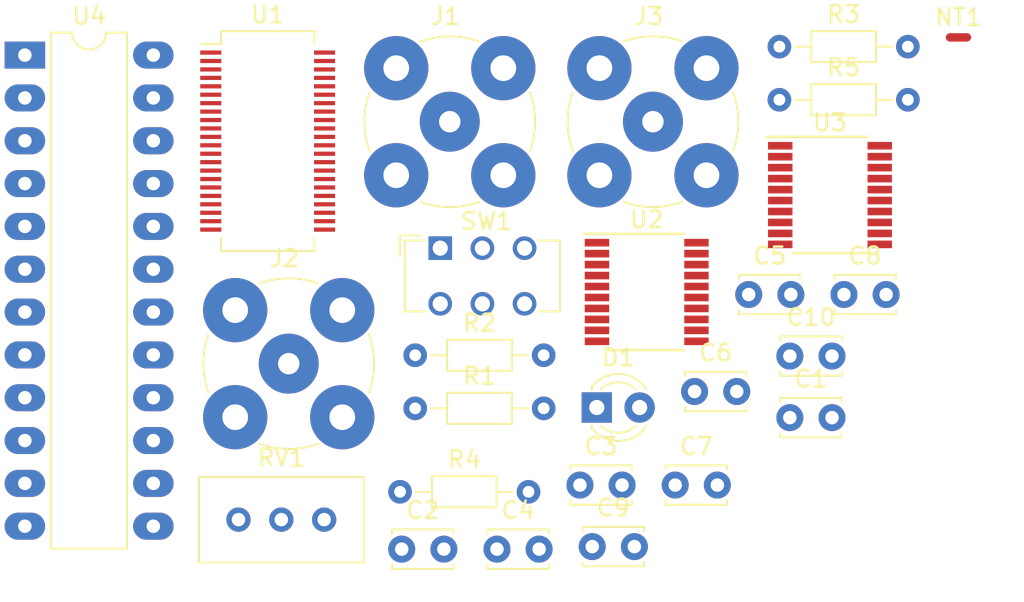
<source format=kicad_pcb>
(kicad_pcb (version 20171130) (host pcbnew "(5.1.2)-1")

  (general
    (thickness 1.6)
    (drawings 0)
    (tracks 0)
    (zones 0)
    (modules 26)
    (nets 51)
  )

  (page A4)
  (layers
    (0 F.Cu signal)
    (31 B.Cu signal)
    (32 B.Adhes user)
    (33 F.Adhes user)
    (34 B.Paste user)
    (35 F.Paste user)
    (36 B.SilkS user)
    (37 F.SilkS user)
    (38 B.Mask user)
    (39 F.Mask user)
    (40 Dwgs.User user)
    (41 Cmts.User user)
    (42 Eco1.User user)
    (43 Eco2.User user)
    (44 Edge.Cuts user)
    (45 Margin user)
    (46 B.CrtYd user)
    (47 F.CrtYd user)
    (48 B.Fab user)
    (49 F.Fab user)
  )

  (setup
    (last_trace_width 0.25)
    (trace_clearance 0.2)
    (zone_clearance 0.508)
    (zone_45_only no)
    (trace_min 0.2)
    (via_size 0.8)
    (via_drill 0.4)
    (via_min_size 0.4)
    (via_min_drill 0.3)
    (uvia_size 0.3)
    (uvia_drill 0.1)
    (uvias_allowed no)
    (uvia_min_size 0.2)
    (uvia_min_drill 0.1)
    (edge_width 0.05)
    (segment_width 0.2)
    (pcb_text_width 0.3)
    (pcb_text_size 1.5 1.5)
    (mod_edge_width 0.12)
    (mod_text_size 1 1)
    (mod_text_width 0.15)
    (pad_size 1.524 1.524)
    (pad_drill 0.762)
    (pad_to_mask_clearance 0.051)
    (solder_mask_min_width 0.25)
    (aux_axis_origin 0 0)
    (visible_elements FFFFFF7F)
    (pcbplotparams
      (layerselection 0x010fc_ffffffff)
      (usegerberextensions false)
      (usegerberattributes false)
      (usegerberadvancedattributes false)
      (creategerberjobfile false)
      (excludeedgelayer true)
      (linewidth 0.100000)
      (plotframeref false)
      (viasonmask false)
      (mode 1)
      (useauxorigin false)
      (hpglpennumber 1)
      (hpglpenspeed 20)
      (hpglpendiameter 15.000000)
      (psnegative false)
      (psa4output false)
      (plotreference true)
      (plotvalue true)
      (plotinvisibletext false)
      (padsonsilk false)
      (subtractmaskfromsilk false)
      (outputformat 1)
      (mirror false)
      (drillshape 1)
      (scaleselection 1)
      (outputdirectory ""))
  )

  (net 0 "")
  (net 1 GNDA)
  (net 2 "Net-(C1-Pad1)")
  (net 3 "Net-(C2-Pad1)")
  (net 4 5V)
  (net 5 GND)
  (net 6 -5V)
  (net 7 3.3V)
  (net 8 /SETUP)
  (net 9 "Net-(C10-Pad1)")
  (net 10 "Net-(D1-Pad2)")
  (net 11 "Net-(J1-Pad1)")
  (net 12 "Net-(J2-Pad1)")
  (net 13 "Net-(J3-Pad2)")
  (net 14 "Net-(J3-Pad1)")
  (net 15 "Net-(NT1-Pad1)")
  (net 16 OE)
  (net 17 OF)
  (net 18 "Net-(RV1-Pad2)")
  (net 19 "Net-(RV1-Pad1)")
  (net 20 CLK)
  (net 21 "Net-(U1-Pad27)")
  (net 22 /D0)
  (net 23 /D1)
  (net 24 /D2)
  (net 25 /D3)
  (net 26 /D4)
  (net 27 /D5)
  (net 28 /D6)
  (net 29 /D7)
  (net 30 /D8)
  (net 31 /D9)
  (net 32 /D10)
  (net 33 /D11)
  (net 34 /D12)
  (net 35 /D13)
  (net 36 /B1)
  (net 37 /B2)
  (net 38 /B3)
  (net 39 /B4)
  (net 40 /B5)
  (net 41 /B6)
  (net 42 /B7)
  (net 43 /B8)
  (net 44 /B9)
  (net 45 /B10)
  (net 46 /B11)
  (net 47 /B12)
  (net 48 /B13)
  (net 49 /B14)
  (net 50 /CLK5V)

  (net_class Default "This is the default net class."
    (clearance 0.2)
    (trace_width 0.25)
    (via_dia 0.8)
    (via_drill 0.4)
    (uvia_dia 0.3)
    (uvia_drill 0.1)
    (add_net -5V)
    (add_net /B1)
    (add_net /B10)
    (add_net /B11)
    (add_net /B12)
    (add_net /B13)
    (add_net /B14)
    (add_net /B2)
    (add_net /B3)
    (add_net /B4)
    (add_net /B5)
    (add_net /B6)
    (add_net /B7)
    (add_net /B8)
    (add_net /B9)
    (add_net /CLK5V)
    (add_net /D0)
    (add_net /D1)
    (add_net /D10)
    (add_net /D11)
    (add_net /D12)
    (add_net /D13)
    (add_net /D2)
    (add_net /D3)
    (add_net /D4)
    (add_net /D5)
    (add_net /D6)
    (add_net /D7)
    (add_net /D8)
    (add_net /D9)
    (add_net /SETUP)
    (add_net 3.3V)
    (add_net 5V)
    (add_net CLK)
    (add_net GND)
    (add_net GNDA)
    (add_net "Net-(C1-Pad1)")
    (add_net "Net-(C10-Pad1)")
    (add_net "Net-(C2-Pad1)")
    (add_net "Net-(D1-Pad2)")
    (add_net "Net-(J1-Pad1)")
    (add_net "Net-(J2-Pad1)")
    (add_net "Net-(J3-Pad1)")
    (add_net "Net-(J3-Pad2)")
    (add_net "Net-(NT1-Pad1)")
    (add_net "Net-(RV1-Pad1)")
    (add_net "Net-(RV1-Pad2)")
    (add_net "Net-(U1-Pad27)")
    (add_net OE)
    (add_net OF)
  )

  (module Package_DIP:DIP-24_W7.62mm_LongPads (layer F.Cu) (tedit 5A02E8C5) (tstamp 5CF1FC20)
    (at 113.38 81.37)
    (descr "24-lead though-hole mounted DIP package, row spacing 7.62 mm (300 mils), LongPads")
    (tags "THT DIP DIL PDIP 2.54mm 7.62mm 300mil LongPads")
    (path /5D1354C2)
    (fp_text reference U4 (at 3.81 -2.33) (layer F.SilkS)
      (effects (font (size 1 1) (thickness 0.15)))
    )
    (fp_text value AD7840 (at 3.81 30.27) (layer F.Fab)
      (effects (font (size 1 1) (thickness 0.15)))
    )
    (fp_text user %R (at 3.81 13.97) (layer F.Fab)
      (effects (font (size 1 1) (thickness 0.15)))
    )
    (fp_line (start 9.1 -1.55) (end -1.45 -1.55) (layer F.CrtYd) (width 0.05))
    (fp_line (start 9.1 29.5) (end 9.1 -1.55) (layer F.CrtYd) (width 0.05))
    (fp_line (start -1.45 29.5) (end 9.1 29.5) (layer F.CrtYd) (width 0.05))
    (fp_line (start -1.45 -1.55) (end -1.45 29.5) (layer F.CrtYd) (width 0.05))
    (fp_line (start 6.06 -1.33) (end 4.81 -1.33) (layer F.SilkS) (width 0.12))
    (fp_line (start 6.06 29.27) (end 6.06 -1.33) (layer F.SilkS) (width 0.12))
    (fp_line (start 1.56 29.27) (end 6.06 29.27) (layer F.SilkS) (width 0.12))
    (fp_line (start 1.56 -1.33) (end 1.56 29.27) (layer F.SilkS) (width 0.12))
    (fp_line (start 2.81 -1.33) (end 1.56 -1.33) (layer F.SilkS) (width 0.12))
    (fp_line (start 0.635 -0.27) (end 1.635 -1.27) (layer F.Fab) (width 0.1))
    (fp_line (start 0.635 29.21) (end 0.635 -0.27) (layer F.Fab) (width 0.1))
    (fp_line (start 6.985 29.21) (end 0.635 29.21) (layer F.Fab) (width 0.1))
    (fp_line (start 6.985 -1.27) (end 6.985 29.21) (layer F.Fab) (width 0.1))
    (fp_line (start 1.635 -1.27) (end 6.985 -1.27) (layer F.Fab) (width 0.1))
    (fp_arc (start 3.81 -1.33) (end 2.81 -1.33) (angle -180) (layer F.SilkS) (width 0.12))
    (pad 24 thru_hole oval (at 7.62 0) (size 2.4 1.6) (drill 0.8) (layers *.Cu *.Mask)
      (net 9 "Net-(C10-Pad1)"))
    (pad 12 thru_hole oval (at 0 27.94) (size 2.4 1.6) (drill 0.8) (layers *.Cu *.Mask)
      (net 5 GND))
    (pad 23 thru_hole oval (at 7.62 2.54) (size 2.4 1.6) (drill 0.8) (layers *.Cu *.Mask)
      (net 18 "Net-(RV1-Pad2)"))
    (pad 11 thru_hole oval (at 0 25.4) (size 2.4 1.6) (drill 0.8) (layers *.Cu *.Mask)
      (net 41 /B6))
    (pad 22 thru_hole oval (at 7.62 5.08) (size 2.4 1.6) (drill 0.8) (layers *.Cu *.Mask)
      (net 19 "Net-(RV1-Pad1)"))
    (pad 10 thru_hole oval (at 0 22.86) (size 2.4 1.6) (drill 0.8) (layers *.Cu *.Mask)
      (net 42 /B7))
    (pad 21 thru_hole oval (at 7.62 7.62) (size 2.4 1.6) (drill 0.8) (layers *.Cu *.Mask)
      (net 6 -5V))
    (pad 9 thru_hole oval (at 0 20.32) (size 2.4 1.6) (drill 0.8) (layers *.Cu *.Mask)
      (net 43 /B8))
    (pad 20 thru_hole oval (at 7.62 10.16) (size 2.4 1.6) (drill 0.8) (layers *.Cu *.Mask)
      (net 14 "Net-(J3-Pad1)"))
    (pad 8 thru_hole oval (at 0 17.78) (size 2.4 1.6) (drill 0.8) (layers *.Cu *.Mask)
      (net 44 /B9))
    (pad 19 thru_hole oval (at 7.62 12.7) (size 2.4 1.6) (drill 0.8) (layers *.Cu *.Mask)
      (net 13 "Net-(J3-Pad2)"))
    (pad 7 thru_hole oval (at 0 15.24) (size 2.4 1.6) (drill 0.8) (layers *.Cu *.Mask)
      (net 45 /B10))
    (pad 18 thru_hole oval (at 7.62 15.24) (size 2.4 1.6) (drill 0.8) (layers *.Cu *.Mask)
      (net 4 5V))
    (pad 6 thru_hole oval (at 0 12.7) (size 2.4 1.6) (drill 0.8) (layers *.Cu *.Mask)
      (net 46 /B11))
    (pad 17 thru_hole oval (at 7.62 17.78) (size 2.4 1.6) (drill 0.8) (layers *.Cu *.Mask)
      (net 36 /B1))
    (pad 5 thru_hole oval (at 0 10.16) (size 2.4 1.6) (drill 0.8) (layers *.Cu *.Mask)
      (net 47 /B12))
    (pad 16 thru_hole oval (at 7.62 20.32) (size 2.4 1.6) (drill 0.8) (layers *.Cu *.Mask)
      (net 37 /B2))
    (pad 4 thru_hole oval (at 0 7.62) (size 2.4 1.6) (drill 0.8) (layers *.Cu *.Mask)
      (net 48 /B13))
    (pad 15 thru_hole oval (at 7.62 22.86) (size 2.4 1.6) (drill 0.8) (layers *.Cu *.Mask)
      (net 38 /B3))
    (pad 3 thru_hole oval (at 0 5.08) (size 2.4 1.6) (drill 0.8) (layers *.Cu *.Mask)
      (net 49 /B14))
    (pad 14 thru_hole oval (at 7.62 25.4) (size 2.4 1.6) (drill 0.8) (layers *.Cu *.Mask)
      (net 39 /B4))
    (pad 2 thru_hole oval (at 0 2.54) (size 2.4 1.6) (drill 0.8) (layers *.Cu *.Mask)
      (net 50 /CLK5V))
    (pad 13 thru_hole oval (at 7.62 27.94) (size 2.4 1.6) (drill 0.8) (layers *.Cu *.Mask)
      (net 40 /B5))
    (pad 1 thru_hole rect (at 0 0) (size 2.4 1.6) (drill 0.8) (layers *.Cu *.Mask)
      (net 9 "Net-(C10-Pad1)"))
    (model ${KISYS3DMOD}/Package_DIP.3dshapes/DIP-24_W7.62mm.wrl
      (at (xyz 0 0 0))
      (scale (xyz 1 1 1))
      (rotate (xyz 0 0 0))
    )
  )

  (module Package_SO:TSSOP-20_4.4x6.5mm_P0.65mm (layer F.Cu) (tedit 5A02F25C) (tstamp 5CF1FBF4)
    (at 161.13 89.67)
    (descr "20-Lead Plastic Thin Shrink Small Outline (ST)-4.4 mm Body [TSSOP] (see Microchip Packaging Specification 00000049BS.pdf)")
    (tags "SSOP 0.65")
    (path /5D02EDA1)
    (attr smd)
    (fp_text reference U3 (at 0 -4.3) (layer F.SilkS)
      (effects (font (size 1 1) (thickness 0.15)))
    )
    (fp_text value TXS0108EPW (at 0 4.3) (layer F.Fab)
      (effects (font (size 1 1) (thickness 0.15)))
    )
    (fp_text user %R (at 0 0) (layer F.Fab)
      (effects (font (size 0.8 0.8) (thickness 0.15)))
    )
    (fp_line (start -3.75 -3.45) (end 2.225 -3.45) (layer F.SilkS) (width 0.15))
    (fp_line (start -2.225 3.45) (end 2.225 3.45) (layer F.SilkS) (width 0.15))
    (fp_line (start -3.95 3.55) (end 3.95 3.55) (layer F.CrtYd) (width 0.05))
    (fp_line (start -3.95 -3.55) (end 3.95 -3.55) (layer F.CrtYd) (width 0.05))
    (fp_line (start 3.95 -3.55) (end 3.95 3.55) (layer F.CrtYd) (width 0.05))
    (fp_line (start -3.95 -3.55) (end -3.95 3.55) (layer F.CrtYd) (width 0.05))
    (fp_line (start -2.2 -2.25) (end -1.2 -3.25) (layer F.Fab) (width 0.15))
    (fp_line (start -2.2 3.25) (end -2.2 -2.25) (layer F.Fab) (width 0.15))
    (fp_line (start 2.2 3.25) (end -2.2 3.25) (layer F.Fab) (width 0.15))
    (fp_line (start 2.2 -3.25) (end 2.2 3.25) (layer F.Fab) (width 0.15))
    (fp_line (start -1.2 -3.25) (end 2.2 -3.25) (layer F.Fab) (width 0.15))
    (pad 20 smd rect (at 2.95 -2.925) (size 1.45 0.45) (layers F.Cu F.Paste F.Mask)
      (net 44 /B9))
    (pad 19 smd rect (at 2.95 -2.275) (size 1.45 0.45) (layers F.Cu F.Paste F.Mask)
      (net 4 5V))
    (pad 18 smd rect (at 2.95 -1.625) (size 1.45 0.45) (layers F.Cu F.Paste F.Mask)
      (net 45 /B10))
    (pad 17 smd rect (at 2.95 -0.975) (size 1.45 0.45) (layers F.Cu F.Paste F.Mask)
      (net 46 /B11))
    (pad 16 smd rect (at 2.95 -0.325) (size 1.45 0.45) (layers F.Cu F.Paste F.Mask)
      (net 47 /B12))
    (pad 15 smd rect (at 2.95 0.325) (size 1.45 0.45) (layers F.Cu F.Paste F.Mask)
      (net 48 /B13))
    (pad 14 smd rect (at 2.95 0.975) (size 1.45 0.45) (layers F.Cu F.Paste F.Mask)
      (net 49 /B14))
    (pad 13 smd rect (at 2.95 1.625) (size 1.45 0.45) (layers F.Cu F.Paste F.Mask)
      (net 50 /CLK5V))
    (pad 12 smd rect (at 2.95 2.275) (size 1.45 0.45) (layers F.Cu F.Paste F.Mask)
      (net 8 /SETUP))
    (pad 11 smd rect (at 2.95 2.925) (size 1.45 0.45) (layers F.Cu F.Paste F.Mask)
      (net 5 GND))
    (pad 10 smd rect (at -2.95 2.925) (size 1.45 0.45) (layers F.Cu F.Paste F.Mask)
      (net 16 OE))
    (pad 9 smd rect (at -2.95 2.275) (size 1.45 0.45) (layers F.Cu F.Paste F.Mask)
      (net 15 "Net-(NT1-Pad1)"))
    (pad 8 smd rect (at -2.95 1.625) (size 1.45 0.45) (layers F.Cu F.Paste F.Mask)
      (net 20 CLK))
    (pad 7 smd rect (at -2.95 0.975) (size 1.45 0.45) (layers F.Cu F.Paste F.Mask)
      (net 35 /D13))
    (pad 6 smd rect (at -2.95 0.325) (size 1.45 0.45) (layers F.Cu F.Paste F.Mask)
      (net 34 /D12))
    (pad 5 smd rect (at -2.95 -0.325) (size 1.45 0.45) (layers F.Cu F.Paste F.Mask)
      (net 33 /D11))
    (pad 4 smd rect (at -2.95 -0.975) (size 1.45 0.45) (layers F.Cu F.Paste F.Mask)
      (net 32 /D10))
    (pad 3 smd rect (at -2.95 -1.625) (size 1.45 0.45) (layers F.Cu F.Paste F.Mask)
      (net 31 /D9))
    (pad 2 smd rect (at -2.95 -2.275) (size 1.45 0.45) (layers F.Cu F.Paste F.Mask)
      (net 7 3.3V))
    (pad 1 smd rect (at -2.95 -2.925) (size 1.45 0.45) (layers F.Cu F.Paste F.Mask)
      (net 30 /D8))
    (model ${KISYS3DMOD}/Package_SO.3dshapes/TSSOP-20_4.4x6.5mm_P0.65mm.wrl
      (at (xyz 0 0 0))
      (scale (xyz 1 1 1))
      (rotate (xyz 0 0 0))
    )
  )

  (module Package_SO:TSSOP-20_4.4x6.5mm_P0.65mm (layer F.Cu) (tedit 5A02F25C) (tstamp 5CF1FBD0)
    (at 150.26 95.42)
    (descr "20-Lead Plastic Thin Shrink Small Outline (ST)-4.4 mm Body [TSSOP] (see Microchip Packaging Specification 00000049BS.pdf)")
    (tags "SSOP 0.65")
    (path /5CF86DF9)
    (attr smd)
    (fp_text reference U2 (at 0 -4.3) (layer F.SilkS)
      (effects (font (size 1 1) (thickness 0.15)))
    )
    (fp_text value TXS0108EPW (at 0 4.3) (layer F.Fab)
      (effects (font (size 1 1) (thickness 0.15)))
    )
    (fp_text user %R (at 0 0) (layer F.Fab)
      (effects (font (size 0.8 0.8) (thickness 0.15)))
    )
    (fp_line (start -3.75 -3.45) (end 2.225 -3.45) (layer F.SilkS) (width 0.15))
    (fp_line (start -2.225 3.45) (end 2.225 3.45) (layer F.SilkS) (width 0.15))
    (fp_line (start -3.95 3.55) (end 3.95 3.55) (layer F.CrtYd) (width 0.05))
    (fp_line (start -3.95 -3.55) (end 3.95 -3.55) (layer F.CrtYd) (width 0.05))
    (fp_line (start 3.95 -3.55) (end 3.95 3.55) (layer F.CrtYd) (width 0.05))
    (fp_line (start -3.95 -3.55) (end -3.95 3.55) (layer F.CrtYd) (width 0.05))
    (fp_line (start -2.2 -2.25) (end -1.2 -3.25) (layer F.Fab) (width 0.15))
    (fp_line (start -2.2 3.25) (end -2.2 -2.25) (layer F.Fab) (width 0.15))
    (fp_line (start 2.2 3.25) (end -2.2 3.25) (layer F.Fab) (width 0.15))
    (fp_line (start 2.2 -3.25) (end 2.2 3.25) (layer F.Fab) (width 0.15))
    (fp_line (start -1.2 -3.25) (end 2.2 -3.25) (layer F.Fab) (width 0.15))
    (pad 20 smd rect (at 2.95 -2.925) (size 1.45 0.45) (layers F.Cu F.Paste F.Mask)
      (net 36 /B1))
    (pad 19 smd rect (at 2.95 -2.275) (size 1.45 0.45) (layers F.Cu F.Paste F.Mask)
      (net 4 5V))
    (pad 18 smd rect (at 2.95 -1.625) (size 1.45 0.45) (layers F.Cu F.Paste F.Mask)
      (net 37 /B2))
    (pad 17 smd rect (at 2.95 -0.975) (size 1.45 0.45) (layers F.Cu F.Paste F.Mask)
      (net 38 /B3))
    (pad 16 smd rect (at 2.95 -0.325) (size 1.45 0.45) (layers F.Cu F.Paste F.Mask)
      (net 39 /B4))
    (pad 15 smd rect (at 2.95 0.325) (size 1.45 0.45) (layers F.Cu F.Paste F.Mask)
      (net 40 /B5))
    (pad 14 smd rect (at 2.95 0.975) (size 1.45 0.45) (layers F.Cu F.Paste F.Mask)
      (net 41 /B6))
    (pad 13 smd rect (at 2.95 1.625) (size 1.45 0.45) (layers F.Cu F.Paste F.Mask)
      (net 42 /B7))
    (pad 12 smd rect (at 2.95 2.275) (size 1.45 0.45) (layers F.Cu F.Paste F.Mask)
      (net 43 /B8))
    (pad 11 smd rect (at 2.95 2.925) (size 1.45 0.45) (layers F.Cu F.Paste F.Mask)
      (net 5 GND))
    (pad 10 smd rect (at -2.95 2.925) (size 1.45 0.45) (layers F.Cu F.Paste F.Mask)
      (net 16 OE))
    (pad 9 smd rect (at -2.95 2.275) (size 1.45 0.45) (layers F.Cu F.Paste F.Mask)
      (net 29 /D7))
    (pad 8 smd rect (at -2.95 1.625) (size 1.45 0.45) (layers F.Cu F.Paste F.Mask)
      (net 28 /D6))
    (pad 7 smd rect (at -2.95 0.975) (size 1.45 0.45) (layers F.Cu F.Paste F.Mask)
      (net 27 /D5))
    (pad 6 smd rect (at -2.95 0.325) (size 1.45 0.45) (layers F.Cu F.Paste F.Mask)
      (net 26 /D4))
    (pad 5 smd rect (at -2.95 -0.325) (size 1.45 0.45) (layers F.Cu F.Paste F.Mask)
      (net 25 /D3))
    (pad 4 smd rect (at -2.95 -0.975) (size 1.45 0.45) (layers F.Cu F.Paste F.Mask)
      (net 24 /D2))
    (pad 3 smd rect (at -2.95 -1.625) (size 1.45 0.45) (layers F.Cu F.Paste F.Mask)
      (net 23 /D1))
    (pad 2 smd rect (at -2.95 -2.275) (size 1.45 0.45) (layers F.Cu F.Paste F.Mask)
      (net 7 3.3V))
    (pad 1 smd rect (at -2.95 -2.925) (size 1.45 0.45) (layers F.Cu F.Paste F.Mask)
      (net 22 /D0))
    (model ${KISYS3DMOD}/Package_SO.3dshapes/TSSOP-20_4.4x6.5mm_P0.65mm.wrl
      (at (xyz 0 0 0))
      (scale (xyz 1 1 1))
      (rotate (xyz 0 0 0))
    )
  )

  (module Package_SO:SSOP-44_5.3x12.8mm_P0.5mm (layer F.Cu) (tedit 5A98D767) (tstamp 5CF1FBAC)
    (at 127.78 86.47)
    (descr "44-Lead Plastic Shrink Small Outline (SS)-5.30 mm Body [SSOP] (http://cds.linear.com/docs/en/datasheet/680313fa.pdf)")
    (tags "SSOP 0.5")
    (path /5CF0A1C7)
    (attr smd)
    (fp_text reference U1 (at 0 -7.5) (layer F.SilkS)
      (effects (font (size 1 1) (thickness 0.15)))
    )
    (fp_text value LTC1740 (at 0 7.5) (layer F.Fab)
      (effects (font (size 1 1) (thickness 0.15)))
    )
    (fp_text user %R (at 0 0) (layer F.Fab)
      (effects (font (size 1 1) (thickness 0.15)))
    )
    (fp_line (start -2.77 -5.77) (end -3.94 -5.77) (layer F.SilkS) (width 0.12))
    (fp_line (start -2.77 6.52) (end 2.77 6.52) (layer F.SilkS) (width 0.12))
    (fp_line (start -2.77 -6.52) (end 2.77 -6.52) (layer F.SilkS) (width 0.12))
    (fp_line (start -2.77 6.52) (end -2.77 5.77) (layer F.SilkS) (width 0.12))
    (fp_line (start 2.77 6.52) (end 2.77 5.77) (layer F.SilkS) (width 0.12))
    (fp_line (start 2.77 -6.52) (end 2.77 -5.77) (layer F.SilkS) (width 0.12))
    (fp_line (start -2.77 -6.52) (end -2.77 -5.77) (layer F.SilkS) (width 0.12))
    (fp_line (start -4.25 6.65) (end 4.25 6.65) (layer F.CrtYd) (width 0.05))
    (fp_line (start -4.25 -6.65) (end 4.25 -6.65) (layer F.CrtYd) (width 0.05))
    (fp_line (start 4.25 -6.65) (end 4.25 6.65) (layer F.CrtYd) (width 0.05))
    (fp_line (start -4.25 -6.65) (end -4.25 6.65) (layer F.CrtYd) (width 0.05))
    (fp_line (start -2.65 -5.4) (end -1.65 -6.4) (layer F.Fab) (width 0.1))
    (fp_line (start -2.65 6.4) (end -2.65 -5.4) (layer F.Fab) (width 0.1))
    (fp_line (start 2.65 6.4) (end -2.65 6.4) (layer F.Fab) (width 0.1))
    (fp_line (start 2.65 -6.4) (end 2.65 6.4) (layer F.Fab) (width 0.1))
    (fp_line (start -1.65 -6.4) (end 2.65 -6.4) (layer F.Fab) (width 0.1))
    (pad 44 smd rect (at 3.375 -5.25) (size 1.25 0.25) (layers F.Cu F.Paste F.Mask))
    (pad 43 smd rect (at 3.375 -4.75) (size 1.25 0.25) (layers F.Cu F.Paste F.Mask))
    (pad 42 smd rect (at 3.375 -4.25) (size 1.25 0.25) (layers F.Cu F.Paste F.Mask))
    (pad 41 smd rect (at 3.375 -3.75) (size 1.25 0.25) (layers F.Cu F.Paste F.Mask))
    (pad 40 smd rect (at 3.375 -3.25) (size 1.25 0.25) (layers F.Cu F.Paste F.Mask))
    (pad 39 smd rect (at 3.375 -2.75) (size 1.25 0.25) (layers F.Cu F.Paste F.Mask))
    (pad 38 smd rect (at 3.375 -2.25) (size 1.25 0.25) (layers F.Cu F.Paste F.Mask))
    (pad 37 smd rect (at 3.375 -1.75) (size 1.25 0.25) (layers F.Cu F.Paste F.Mask))
    (pad 36 smd rect (at 3.375 -1.25) (size 1.25 0.25) (layers F.Cu F.Paste F.Mask)
      (net 17 OF))
    (pad 35 smd rect (at 3.375 -0.75) (size 1.25 0.25) (layers F.Cu F.Paste F.Mask)
      (net 20 CLK))
    (pad 34 smd rect (at 3.375 -0.25) (size 1.25 0.25) (layers F.Cu F.Paste F.Mask)
      (net 5 GND))
    (pad 33 smd rect (at 3.375 0.25) (size 1.25 0.25) (layers F.Cu F.Paste F.Mask)
      (net 4 5V))
    (pad 32 smd rect (at 3.375 0.75) (size 1.25 0.25) (layers F.Cu F.Paste F.Mask)
      (net 4 5V))
    (pad 31 smd rect (at 3.375 1.25) (size 1.25 0.25) (layers F.Cu F.Paste F.Mask)
      (net 5 GND))
    (pad 30 smd rect (at 3.375 1.75) (size 1.25 0.25) (layers F.Cu F.Paste F.Mask)
      (net 6 -5V))
    (pad 29 smd rect (at 3.375 2.25) (size 1.25 0.25) (layers F.Cu F.Paste F.Mask)
      (net 6 -5V))
    (pad 28 smd rect (at 3.375 2.75) (size 1.25 0.25) (layers F.Cu F.Paste F.Mask)
      (net 5 GND))
    (pad 27 smd rect (at 3.375 3.25) (size 1.25 0.25) (layers F.Cu F.Paste F.Mask)
      (net 21 "Net-(U1-Pad27)"))
    (pad 26 smd rect (at 3.375 3.75) (size 1.25 0.25) (layers F.Cu F.Paste F.Mask)
      (net 22 /D0))
    (pad 25 smd rect (at 3.375 4.25) (size 1.25 0.25) (layers F.Cu F.Paste F.Mask)
      (net 23 /D1))
    (pad 24 smd rect (at 3.375 4.75) (size 1.25 0.25) (layers F.Cu F.Paste F.Mask)
      (net 24 /D2))
    (pad 23 smd rect (at 3.375 5.25) (size 1.25 0.25) (layers F.Cu F.Paste F.Mask)
      (net 25 /D3))
    (pad 22 smd rect (at -3.375 5.25) (size 1.25 0.25) (layers F.Cu F.Paste F.Mask)
      (net 26 /D4))
    (pad 21 smd rect (at -3.375 4.75) (size 1.25 0.25) (layers F.Cu F.Paste F.Mask)
      (net 27 /D5))
    (pad 20 smd rect (at -3.375 4.25) (size 1.25 0.25) (layers F.Cu F.Paste F.Mask)
      (net 28 /D6))
    (pad 19 smd rect (at -3.375 3.75) (size 1.25 0.25) (layers F.Cu F.Paste F.Mask)
      (net 7 3.3V))
    (pad 18 smd rect (at -3.375 3.25) (size 1.25 0.25) (layers F.Cu F.Paste F.Mask)
      (net 29 /D7))
    (pad 17 smd rect (at -3.375 2.75) (size 1.25 0.25) (layers F.Cu F.Paste F.Mask)
      (net 30 /D8))
    (pad 16 smd rect (at -3.375 2.25) (size 1.25 0.25) (layers F.Cu F.Paste F.Mask)
      (net 31 /D9))
    (pad 15 smd rect (at -3.375 1.75) (size 1.25 0.25) (layers F.Cu F.Paste F.Mask)
      (net 32 /D10))
    (pad 14 smd rect (at -3.375 1.25) (size 1.25 0.25) (layers F.Cu F.Paste F.Mask)
      (net 33 /D11))
    (pad 13 smd rect (at -3.375 0.75) (size 1.25 0.25) (layers F.Cu F.Paste F.Mask)
      (net 34 /D12))
    (pad 12 smd rect (at -3.375 0.25) (size 1.25 0.25) (layers F.Cu F.Paste F.Mask)
      (net 35 /D13))
    (pad 11 smd rect (at -3.375 -0.25) (size 1.25 0.25) (layers F.Cu F.Paste F.Mask)
      (net 5 GND))
    (pad 10 smd rect (at -3.375 -0.75) (size 1.25 0.25) (layers F.Cu F.Paste F.Mask)
      (net 5 GND))
    (pad 9 smd rect (at -3.375 -1.25) (size 1.25 0.25) (layers F.Cu F.Paste F.Mask)
      (net 4 5V))
    (pad 8 smd rect (at -3.375 -1.75) (size 1.25 0.25) (layers F.Cu F.Paste F.Mask)
      (net 4 5V))
    (pad 7 smd rect (at -3.375 -2.25) (size 1.25 0.25) (layers F.Cu F.Paste F.Mask)
      (net 1 GNDA))
    (pad 6 smd rect (at -3.375 -2.75) (size 1.25 0.25) (layers F.Cu F.Paste F.Mask)
      (net 1 GNDA))
    (pad 5 smd rect (at -3.375 -3.25) (size 1.25 0.25) (layers F.Cu F.Paste F.Mask)
      (net 3 "Net-(C2-Pad1)"))
    (pad 4 smd rect (at -3.375 -3.75) (size 1.25 0.25) (layers F.Cu F.Paste F.Mask)
      (net 1 GNDA))
    (pad 3 smd rect (at -3.375 -4.25) (size 1.25 0.25) (layers F.Cu F.Paste F.Mask)
      (net 2 "Net-(C1-Pad1)"))
    (pad 2 smd rect (at -3.375 -4.75) (size 1.25 0.25) (layers F.Cu F.Paste F.Mask)
      (net 12 "Net-(J2-Pad1)"))
    (pad 1 smd rect (at -3.375 -5.25) (size 1.25 0.25) (layers F.Cu F.Paste F.Mask)
      (net 11 "Net-(J1-Pad1)"))
    (model ${KISYS3DMOD}/Package_SO.3dshapes/SSOP-44_5.3x12.8mm_P0.5mm.wrl
      (at (xyz 0 0 0))
      (scale (xyz 1 1 1))
      (rotate (xyz 0 0 0))
    )
  )

  (module Button_Switch_THT:SW_CuK_JS202011CQN_DPDT_Straight (layer F.Cu) (tedit 5A02FE31) (tstamp 5CF1FB6B)
    (at 138.015 92.82)
    (descr "CuK sub miniature slide switch, JS series, DPDT, right angle, http://www.ckswitches.com/media/1422/js.pdf")
    (tags "switch DPDT")
    (path /5D0D07C8)
    (fp_text reference SW1 (at 2.75 -1.6) (layer F.SilkS)
      (effects (font (size 1 1) (thickness 0.15)))
    )
    (fp_text value SW_SPST (at 3 5) (layer F.Fab)
      (effects (font (size 1 1) (thickness 0.15)))
    )
    (fp_line (start -1 -0.35) (end 7 -0.35) (layer F.Fab) (width 0.1))
    (fp_line (start 7 -0.35) (end 7 3.65) (layer F.Fab) (width 0.1))
    (fp_line (start 7 3.65) (end -2 3.65) (layer F.Fab) (width 0.1))
    (fp_line (start -2 3.65) (end -2 0.65) (layer F.Fab) (width 0.1))
    (fp_text user %R (at 2 1.65) (layer F.Fab)
      (effects (font (size 1 1) (thickness 0.15)))
    )
    (fp_line (start -0.9 -0.45) (end -2.1 -0.45) (layer F.SilkS) (width 0.12))
    (fp_line (start -2.1 -0.45) (end -2.1 3.75) (layer F.SilkS) (width 0.12))
    (fp_line (start -2.1 3.75) (end -0.9 3.75) (layer F.SilkS) (width 0.12))
    (fp_line (start 5.9 -0.45) (end 7.1 -0.45) (layer F.SilkS) (width 0.12))
    (fp_line (start 7.1 -0.45) (end 7.1 3.75) (layer F.SilkS) (width 0.12))
    (fp_line (start 7.1 3.75) (end 5.9 3.75) (layer F.SilkS) (width 0.12))
    (fp_line (start -1.2 -0.75) (end -2.4 -0.75) (layer F.SilkS) (width 0.12))
    (fp_line (start -2.4 -0.75) (end -2.4 0.45) (layer F.SilkS) (width 0.12))
    (fp_line (start -2.25 -0.95) (end 7.25 -0.95) (layer F.CrtYd) (width 0.05))
    (fp_line (start 7.25 -0.95) (end 7.25 4.25) (layer F.CrtYd) (width 0.05))
    (fp_line (start 7.25 4.25) (end -2.25 4.25) (layer F.CrtYd) (width 0.05))
    (fp_line (start -2.25 4.25) (end -2.25 -0.95) (layer F.CrtYd) (width 0.05))
    (fp_line (start -1 -0.35) (end -2 0.65) (layer F.Fab) (width 0.1))
    (pad 6 thru_hole circle (at 5 3.3) (size 1.4 1.4) (drill 0.9) (layers *.Cu *.Mask))
    (pad 5 thru_hole circle (at 2.5 3.3) (size 1.4 1.4) (drill 0.9) (layers *.Cu *.Mask))
    (pad 4 thru_hole circle (at 0 3.3) (size 1.4 1.4) (drill 0.9) (layers *.Cu *.Mask))
    (pad 3 thru_hole circle (at 5 0) (size 1.4 1.4) (drill 0.9) (layers *.Cu *.Mask))
    (pad 2 thru_hole circle (at 2.5 0) (size 1.4 1.4) (drill 0.9) (layers *.Cu *.Mask)
      (net 5 GND))
    (pad 1 thru_hole rect (at 0 0) (size 1.4 1.4) (drill 0.9) (layers *.Cu *.Mask)
      (net 16 OE))
    (model ${KISYS3DMOD}/Button_Switch_THT.3dshapes/SW_CuK_JS202011CQN_DPDT_Straight.wrl
      (at (xyz 0 0 0))
      (scale (xyz 1 1 1))
      (rotate (xyz 0 0 0))
    )
  )

  (module Potentiometer_THT:Potentiometer_Bourns_3296W_Vertical (layer F.Cu) (tedit 5A3D4994) (tstamp 5CF1FB4F)
    (at 131.13 108.92)
    (descr "Potentiometer, vertical, Bourns 3296W, https://www.bourns.com/pdfs/3296.pdf")
    (tags "Potentiometer vertical Bourns 3296W")
    (path /5D1DB1AA)
    (fp_text reference RV1 (at -2.54 -3.66) (layer F.SilkS)
      (effects (font (size 1 1) (thickness 0.15)))
    )
    (fp_text value 1k (at -2.54 3.67) (layer F.Fab)
      (effects (font (size 1 1) (thickness 0.15)))
    )
    (fp_text user %R (at -3.175 0.005) (layer F.Fab)
      (effects (font (size 1 1) (thickness 0.15)))
    )
    (fp_line (start 2.5 -2.7) (end -7.6 -2.7) (layer F.CrtYd) (width 0.05))
    (fp_line (start 2.5 2.7) (end 2.5 -2.7) (layer F.CrtYd) (width 0.05))
    (fp_line (start -7.6 2.7) (end 2.5 2.7) (layer F.CrtYd) (width 0.05))
    (fp_line (start -7.6 -2.7) (end -7.6 2.7) (layer F.CrtYd) (width 0.05))
    (fp_line (start 2.345 -2.53) (end 2.345 2.54) (layer F.SilkS) (width 0.12))
    (fp_line (start -7.425 -2.53) (end -7.425 2.54) (layer F.SilkS) (width 0.12))
    (fp_line (start -7.425 2.54) (end 2.345 2.54) (layer F.SilkS) (width 0.12))
    (fp_line (start -7.425 -2.53) (end 2.345 -2.53) (layer F.SilkS) (width 0.12))
    (fp_line (start 0.955 2.235) (end 0.956 0.066) (layer F.Fab) (width 0.1))
    (fp_line (start 0.955 2.235) (end 0.956 0.066) (layer F.Fab) (width 0.1))
    (fp_line (start 2.225 -2.41) (end -7.305 -2.41) (layer F.Fab) (width 0.1))
    (fp_line (start 2.225 2.42) (end 2.225 -2.41) (layer F.Fab) (width 0.1))
    (fp_line (start -7.305 2.42) (end 2.225 2.42) (layer F.Fab) (width 0.1))
    (fp_line (start -7.305 -2.41) (end -7.305 2.42) (layer F.Fab) (width 0.1))
    (fp_circle (center 0.955 1.15) (end 2.05 1.15) (layer F.Fab) (width 0.1))
    (pad 3 thru_hole circle (at -5.08 0) (size 1.44 1.44) (drill 0.8) (layers *.Cu *.Mask)
      (net 5 GND))
    (pad 2 thru_hole circle (at -2.54 0) (size 1.44 1.44) (drill 0.8) (layers *.Cu *.Mask)
      (net 18 "Net-(RV1-Pad2)"))
    (pad 1 thru_hole circle (at 0 0) (size 1.44 1.44) (drill 0.8) (layers *.Cu *.Mask)
      (net 19 "Net-(RV1-Pad1)"))
    (model ${KISYS3DMOD}/Potentiometer_THT.3dshapes/Potentiometer_Bourns_3296W_Vertical.wrl
      (at (xyz 0 0 0))
      (scale (xyz 1 1 1))
      (rotate (xyz 0 0 0))
    )
  )

  (module Resistor_THT:R_Axial_DIN0204_L3.6mm_D1.6mm_P7.62mm_Horizontal (layer F.Cu) (tedit 5AE5139B) (tstamp 5CF1FB38)
    (at 158.13 84.02)
    (descr "Resistor, Axial_DIN0204 series, Axial, Horizontal, pin pitch=7.62mm, 0.167W, length*diameter=3.6*1.6mm^2, http://cdn-reichelt.de/documents/datenblatt/B400/1_4W%23YAG.pdf")
    (tags "Resistor Axial_DIN0204 series Axial Horizontal pin pitch 7.62mm 0.167W length 3.6mm diameter 1.6mm")
    (path /5D1B5B21)
    (fp_text reference R5 (at 3.81 -1.92) (layer F.SilkS)
      (effects (font (size 1 1) (thickness 0.15)))
    )
    (fp_text value 1k (at 3.81 1.92) (layer F.Fab)
      (effects (font (size 1 1) (thickness 0.15)))
    )
    (fp_text user %R (at 3.81 0) (layer F.Fab)
      (effects (font (size 0.72 0.72) (thickness 0.108)))
    )
    (fp_line (start 8.57 -1.05) (end -0.95 -1.05) (layer F.CrtYd) (width 0.05))
    (fp_line (start 8.57 1.05) (end 8.57 -1.05) (layer F.CrtYd) (width 0.05))
    (fp_line (start -0.95 1.05) (end 8.57 1.05) (layer F.CrtYd) (width 0.05))
    (fp_line (start -0.95 -1.05) (end -0.95 1.05) (layer F.CrtYd) (width 0.05))
    (fp_line (start 6.68 0) (end 5.73 0) (layer F.SilkS) (width 0.12))
    (fp_line (start 0.94 0) (end 1.89 0) (layer F.SilkS) (width 0.12))
    (fp_line (start 5.73 -0.92) (end 1.89 -0.92) (layer F.SilkS) (width 0.12))
    (fp_line (start 5.73 0.92) (end 5.73 -0.92) (layer F.SilkS) (width 0.12))
    (fp_line (start 1.89 0.92) (end 5.73 0.92) (layer F.SilkS) (width 0.12))
    (fp_line (start 1.89 -0.92) (end 1.89 0.92) (layer F.SilkS) (width 0.12))
    (fp_line (start 7.62 0) (end 5.61 0) (layer F.Fab) (width 0.1))
    (fp_line (start 0 0) (end 2.01 0) (layer F.Fab) (width 0.1))
    (fp_line (start 5.61 -0.8) (end 2.01 -0.8) (layer F.Fab) (width 0.1))
    (fp_line (start 5.61 0.8) (end 5.61 -0.8) (layer F.Fab) (width 0.1))
    (fp_line (start 2.01 0.8) (end 5.61 0.8) (layer F.Fab) (width 0.1))
    (fp_line (start 2.01 -0.8) (end 2.01 0.8) (layer F.Fab) (width 0.1))
    (pad 2 thru_hole oval (at 7.62 0) (size 1.4 1.4) (drill 0.7) (layers *.Cu *.Mask)
      (net 10 "Net-(D1-Pad2)"))
    (pad 1 thru_hole circle (at 0 0) (size 1.4 1.4) (drill 0.7) (layers *.Cu *.Mask)
      (net 17 OF))
    (model ${KISYS3DMOD}/Resistor_THT.3dshapes/R_Axial_DIN0204_L3.6mm_D1.6mm_P7.62mm_Horizontal.wrl
      (at (xyz 0 0 0))
      (scale (xyz 1 1 1))
      (rotate (xyz 0 0 0))
    )
  )

  (module Resistor_THT:R_Axial_DIN0204_L3.6mm_D1.6mm_P7.62mm_Horizontal (layer F.Cu) (tedit 5AE5139B) (tstamp 5CF1FB21)
    (at 135.63 107.27)
    (descr "Resistor, Axial_DIN0204 series, Axial, Horizontal, pin pitch=7.62mm, 0.167W, length*diameter=3.6*1.6mm^2, http://cdn-reichelt.de/documents/datenblatt/B400/1_4W%23YAG.pdf")
    (tags "Resistor Axial_DIN0204 series Axial Horizontal pin pitch 7.62mm 0.167W length 3.6mm diameter 1.6mm")
    (path /5CFBE4B5)
    (fp_text reference R4 (at 3.81 -1.92) (layer F.SilkS)
      (effects (font (size 1 1) (thickness 0.15)))
    )
    (fp_text value 51R (at 3.81 1.92) (layer F.Fab)
      (effects (font (size 1 1) (thickness 0.15)))
    )
    (fp_text user %R (at 3.81 0) (layer F.Fab)
      (effects (font (size 0.72 0.72) (thickness 0.108)))
    )
    (fp_line (start 8.57 -1.05) (end -0.95 -1.05) (layer F.CrtYd) (width 0.05))
    (fp_line (start 8.57 1.05) (end 8.57 -1.05) (layer F.CrtYd) (width 0.05))
    (fp_line (start -0.95 1.05) (end 8.57 1.05) (layer F.CrtYd) (width 0.05))
    (fp_line (start -0.95 -1.05) (end -0.95 1.05) (layer F.CrtYd) (width 0.05))
    (fp_line (start 6.68 0) (end 5.73 0) (layer F.SilkS) (width 0.12))
    (fp_line (start 0.94 0) (end 1.89 0) (layer F.SilkS) (width 0.12))
    (fp_line (start 5.73 -0.92) (end 1.89 -0.92) (layer F.SilkS) (width 0.12))
    (fp_line (start 5.73 0.92) (end 5.73 -0.92) (layer F.SilkS) (width 0.12))
    (fp_line (start 1.89 0.92) (end 5.73 0.92) (layer F.SilkS) (width 0.12))
    (fp_line (start 1.89 -0.92) (end 1.89 0.92) (layer F.SilkS) (width 0.12))
    (fp_line (start 7.62 0) (end 5.61 0) (layer F.Fab) (width 0.1))
    (fp_line (start 0 0) (end 2.01 0) (layer F.Fab) (width 0.1))
    (fp_line (start 5.61 -0.8) (end 2.01 -0.8) (layer F.Fab) (width 0.1))
    (fp_line (start 5.61 0.8) (end 5.61 -0.8) (layer F.Fab) (width 0.1))
    (fp_line (start 2.01 0.8) (end 5.61 0.8) (layer F.Fab) (width 0.1))
    (fp_line (start 2.01 -0.8) (end 2.01 0.8) (layer F.Fab) (width 0.1))
    (pad 2 thru_hole oval (at 7.62 0) (size 1.4 1.4) (drill 0.7) (layers *.Cu *.Mask)
      (net 9 "Net-(C10-Pad1)"))
    (pad 1 thru_hole circle (at 0 0) (size 1.4 1.4) (drill 0.7) (layers *.Cu *.Mask)
      (net 5 GND))
    (model ${KISYS3DMOD}/Resistor_THT.3dshapes/R_Axial_DIN0204_L3.6mm_D1.6mm_P7.62mm_Horizontal.wrl
      (at (xyz 0 0 0))
      (scale (xyz 1 1 1))
      (rotate (xyz 0 0 0))
    )
  )

  (module Resistor_THT:R_Axial_DIN0204_L3.6mm_D1.6mm_P7.62mm_Horizontal (layer F.Cu) (tedit 5AE5139B) (tstamp 5CF1FB0A)
    (at 158.13 80.87)
    (descr "Resistor, Axial_DIN0204 series, Axial, Horizontal, pin pitch=7.62mm, 0.167W, length*diameter=3.6*1.6mm^2, http://cdn-reichelt.de/documents/datenblatt/B400/1_4W%23YAG.pdf")
    (tags "Resistor Axial_DIN0204 series Axial Horizontal pin pitch 7.62mm 0.167W length 3.6mm diameter 1.6mm")
    (path /5CF284DD)
    (fp_text reference R3 (at 3.81 -1.92) (layer F.SilkS)
      (effects (font (size 1 1) (thickness 0.15)))
    )
    (fp_text value 51R (at 3.81 1.92) (layer F.Fab)
      (effects (font (size 1 1) (thickness 0.15)))
    )
    (fp_text user %R (at 3.81 0) (layer F.Fab)
      (effects (font (size 0.72 0.72) (thickness 0.108)))
    )
    (fp_line (start 8.57 -1.05) (end -0.95 -1.05) (layer F.CrtYd) (width 0.05))
    (fp_line (start 8.57 1.05) (end 8.57 -1.05) (layer F.CrtYd) (width 0.05))
    (fp_line (start -0.95 1.05) (end 8.57 1.05) (layer F.CrtYd) (width 0.05))
    (fp_line (start -0.95 -1.05) (end -0.95 1.05) (layer F.CrtYd) (width 0.05))
    (fp_line (start 6.68 0) (end 5.73 0) (layer F.SilkS) (width 0.12))
    (fp_line (start 0.94 0) (end 1.89 0) (layer F.SilkS) (width 0.12))
    (fp_line (start 5.73 -0.92) (end 1.89 -0.92) (layer F.SilkS) (width 0.12))
    (fp_line (start 5.73 0.92) (end 5.73 -0.92) (layer F.SilkS) (width 0.12))
    (fp_line (start 1.89 0.92) (end 5.73 0.92) (layer F.SilkS) (width 0.12))
    (fp_line (start 1.89 -0.92) (end 1.89 0.92) (layer F.SilkS) (width 0.12))
    (fp_line (start 7.62 0) (end 5.61 0) (layer F.Fab) (width 0.1))
    (fp_line (start 0 0) (end 2.01 0) (layer F.Fab) (width 0.1))
    (fp_line (start 5.61 -0.8) (end 2.01 -0.8) (layer F.Fab) (width 0.1))
    (fp_line (start 5.61 0.8) (end 5.61 -0.8) (layer F.Fab) (width 0.1))
    (fp_line (start 2.01 0.8) (end 5.61 0.8) (layer F.Fab) (width 0.1))
    (fp_line (start 2.01 -0.8) (end 2.01 0.8) (layer F.Fab) (width 0.1))
    (pad 2 thru_hole oval (at 7.62 0) (size 1.4 1.4) (drill 0.7) (layers *.Cu *.Mask)
      (net 1 GNDA))
    (pad 1 thru_hole circle (at 0 0) (size 1.4 1.4) (drill 0.7) (layers *.Cu *.Mask)
      (net 12 "Net-(J2-Pad1)"))
    (model ${KISYS3DMOD}/Resistor_THT.3dshapes/R_Axial_DIN0204_L3.6mm_D1.6mm_P7.62mm_Horizontal.wrl
      (at (xyz 0 0 0))
      (scale (xyz 1 1 1))
      (rotate (xyz 0 0 0))
    )
  )

  (module Resistor_THT:R_Axial_DIN0204_L3.6mm_D1.6mm_P7.62mm_Horizontal (layer F.Cu) (tedit 5AE5139B) (tstamp 5CF1FAF3)
    (at 136.53 99.17)
    (descr "Resistor, Axial_DIN0204 series, Axial, Horizontal, pin pitch=7.62mm, 0.167W, length*diameter=3.6*1.6mm^2, http://cdn-reichelt.de/documents/datenblatt/B400/1_4W%23YAG.pdf")
    (tags "Resistor Axial_DIN0204 series Axial Horizontal pin pitch 7.62mm 0.167W length 3.6mm diameter 1.6mm")
    (path /5CF077B1)
    (fp_text reference R2 (at 3.81 -1.92) (layer F.SilkS)
      (effects (font (size 1 1) (thickness 0.15)))
    )
    (fp_text value 51R (at 3.81 1.92) (layer F.Fab)
      (effects (font (size 1 1) (thickness 0.15)))
    )
    (fp_text user %R (at 3.81 0) (layer F.Fab)
      (effects (font (size 0.72 0.72) (thickness 0.108)))
    )
    (fp_line (start 8.57 -1.05) (end -0.95 -1.05) (layer F.CrtYd) (width 0.05))
    (fp_line (start 8.57 1.05) (end 8.57 -1.05) (layer F.CrtYd) (width 0.05))
    (fp_line (start -0.95 1.05) (end 8.57 1.05) (layer F.CrtYd) (width 0.05))
    (fp_line (start -0.95 -1.05) (end -0.95 1.05) (layer F.CrtYd) (width 0.05))
    (fp_line (start 6.68 0) (end 5.73 0) (layer F.SilkS) (width 0.12))
    (fp_line (start 0.94 0) (end 1.89 0) (layer F.SilkS) (width 0.12))
    (fp_line (start 5.73 -0.92) (end 1.89 -0.92) (layer F.SilkS) (width 0.12))
    (fp_line (start 5.73 0.92) (end 5.73 -0.92) (layer F.SilkS) (width 0.12))
    (fp_line (start 1.89 0.92) (end 5.73 0.92) (layer F.SilkS) (width 0.12))
    (fp_line (start 1.89 -0.92) (end 1.89 0.92) (layer F.SilkS) (width 0.12))
    (fp_line (start 7.62 0) (end 5.61 0) (layer F.Fab) (width 0.1))
    (fp_line (start 0 0) (end 2.01 0) (layer F.Fab) (width 0.1))
    (fp_line (start 5.61 -0.8) (end 2.01 -0.8) (layer F.Fab) (width 0.1))
    (fp_line (start 5.61 0.8) (end 5.61 -0.8) (layer F.Fab) (width 0.1))
    (fp_line (start 2.01 0.8) (end 5.61 0.8) (layer F.Fab) (width 0.1))
    (fp_line (start 2.01 -0.8) (end 2.01 0.8) (layer F.Fab) (width 0.1))
    (pad 2 thru_hole oval (at 7.62 0) (size 1.4 1.4) (drill 0.7) (layers *.Cu *.Mask)
      (net 1 GNDA))
    (pad 1 thru_hole circle (at 0 0) (size 1.4 1.4) (drill 0.7) (layers *.Cu *.Mask)
      (net 11 "Net-(J1-Pad1)"))
    (model ${KISYS3DMOD}/Resistor_THT.3dshapes/R_Axial_DIN0204_L3.6mm_D1.6mm_P7.62mm_Horizontal.wrl
      (at (xyz 0 0 0))
      (scale (xyz 1 1 1))
      (rotate (xyz 0 0 0))
    )
  )

  (module Resistor_THT:R_Axial_DIN0204_L3.6mm_D1.6mm_P7.62mm_Horizontal (layer F.Cu) (tedit 5AE5139B) (tstamp 5CF1FADC)
    (at 136.53 102.32)
    (descr "Resistor, Axial_DIN0204 series, Axial, Horizontal, pin pitch=7.62mm, 0.167W, length*diameter=3.6*1.6mm^2, http://cdn-reichelt.de/documents/datenblatt/B400/1_4W%23YAG.pdf")
    (tags "Resistor Axial_DIN0204 series Axial Horizontal pin pitch 7.62mm 0.167W length 3.6mm diameter 1.6mm")
    (path /5D065464)
    (fp_text reference R1 (at 3.81 -1.92) (layer F.SilkS)
      (effects (font (size 1 1) (thickness 0.15)))
    )
    (fp_text value 10k (at 3.81 1.92) (layer F.Fab)
      (effects (font (size 1 1) (thickness 0.15)))
    )
    (fp_text user %R (at 3.81 0) (layer F.Fab)
      (effects (font (size 0.72 0.72) (thickness 0.108)))
    )
    (fp_line (start 8.57 -1.05) (end -0.95 -1.05) (layer F.CrtYd) (width 0.05))
    (fp_line (start 8.57 1.05) (end 8.57 -1.05) (layer F.CrtYd) (width 0.05))
    (fp_line (start -0.95 1.05) (end 8.57 1.05) (layer F.CrtYd) (width 0.05))
    (fp_line (start -0.95 -1.05) (end -0.95 1.05) (layer F.CrtYd) (width 0.05))
    (fp_line (start 6.68 0) (end 5.73 0) (layer F.SilkS) (width 0.12))
    (fp_line (start 0.94 0) (end 1.89 0) (layer F.SilkS) (width 0.12))
    (fp_line (start 5.73 -0.92) (end 1.89 -0.92) (layer F.SilkS) (width 0.12))
    (fp_line (start 5.73 0.92) (end 5.73 -0.92) (layer F.SilkS) (width 0.12))
    (fp_line (start 1.89 0.92) (end 5.73 0.92) (layer F.SilkS) (width 0.12))
    (fp_line (start 1.89 -0.92) (end 1.89 0.92) (layer F.SilkS) (width 0.12))
    (fp_line (start 7.62 0) (end 5.61 0) (layer F.Fab) (width 0.1))
    (fp_line (start 0 0) (end 2.01 0) (layer F.Fab) (width 0.1))
    (fp_line (start 5.61 -0.8) (end 2.01 -0.8) (layer F.Fab) (width 0.1))
    (fp_line (start 5.61 0.8) (end 5.61 -0.8) (layer F.Fab) (width 0.1))
    (fp_line (start 2.01 0.8) (end 5.61 0.8) (layer F.Fab) (width 0.1))
    (fp_line (start 2.01 -0.8) (end 2.01 0.8) (layer F.Fab) (width 0.1))
    (pad 2 thru_hole oval (at 7.62 0) (size 1.4 1.4) (drill 0.7) (layers *.Cu *.Mask)
      (net 16 OE))
    (pad 1 thru_hole circle (at 0 0) (size 1.4 1.4) (drill 0.7) (layers *.Cu *.Mask)
      (net 4 5V))
    (model ${KISYS3DMOD}/Resistor_THT.3dshapes/R_Axial_DIN0204_L3.6mm_D1.6mm_P7.62mm_Horizontal.wrl
      (at (xyz 0 0 0))
      (scale (xyz 1 1 1))
      (rotate (xyz 0 0 0))
    )
  )

  (module NetTie:NetTie-2_SMD_Pad0.5mm (layer F.Cu) (tedit 5A1CF6D3) (tstamp 5CF1FAC5)
    (at 168.75 80.32)
    (descr "Net tie, 2 pin, 0.5mm square SMD pads")
    (tags "net tie")
    (path /5CFEEC9B)
    (attr virtual)
    (fp_text reference NT1 (at 0 -1.2) (layer F.SilkS)
      (effects (font (size 1 1) (thickness 0.15)))
    )
    (fp_text value Net-Tie_2 (at 0 1.2) (layer F.Fab)
      (effects (font (size 1 1) (thickness 0.15)))
    )
    (fp_line (start -1 -0.5) (end -1 0.5) (layer F.CrtYd) (width 0.05))
    (fp_line (start -1 0.5) (end 1 0.5) (layer F.CrtYd) (width 0.05))
    (fp_line (start 1 0.5) (end 1 -0.5) (layer F.CrtYd) (width 0.05))
    (fp_line (start 1 -0.5) (end -1 -0.5) (layer F.CrtYd) (width 0.05))
    (fp_poly (pts (xy -0.5 -0.25) (xy 0.5 -0.25) (xy 0.5 0.25) (xy -0.5 0.25)) (layer F.Cu) (width 0))
    (pad 2 smd circle (at 0.5 0) (size 0.5 0.5) (layers F.Cu)
      (net 7 3.3V))
    (pad 1 smd circle (at -0.5 0) (size 0.5 0.5) (layers F.Cu)
      (net 15 "Net-(NT1-Pad1)"))
  )

  (module Connector_Coaxial:BNC_TEConnectivity_1478204_Vertical (layer F.Cu) (tedit 5A1DBFC1) (tstamp 5CF1FABA)
    (at 150.63 85.32)
    (descr "BNC female PCB mount 4 pin straight chassis connector http://www.te.com/usa-en/product-1-1478204-0.html")
    (tags "BNC female PCB mount 4 pin straight chassis connector ")
    (path /5D1CF67C)
    (fp_text reference J3 (at -0.25 -6.25) (layer F.SilkS)
      (effects (font (size 1 1) (thickness 0.15)))
    )
    (fp_text value Conn_Coaxial (at 0 6.5) (layer F.Fab)
      (effects (font (size 1 1) (thickness 0.15)))
    )
    (fp_arc (start 0 0) (end -1.75 -4.75) (angle 40) (layer F.SilkS) (width 0.12))
    (fp_arc (start 0 0) (end 4.75 -1.75) (angle 40) (layer F.SilkS) (width 0.12))
    (fp_arc (start 0 0) (end 1.75 4.75) (angle 40) (layer F.SilkS) (width 0.12))
    (fp_arc (start 0 0) (end -4.75 1.75) (angle 40) (layer F.SilkS) (width 0.12))
    (fp_circle (center 0 0) (end 4.8 0) (layer F.Fab) (width 0.1))
    (fp_line (start -5.5 -5.5) (end 5.5 -5.5) (layer F.CrtYd) (width 0.05))
    (fp_line (start -5.5 5.5) (end -5.5 -5.5) (layer F.CrtYd) (width 0.05))
    (fp_line (start 5.5 5.5) (end -5.5 5.5) (layer F.CrtYd) (width 0.05))
    (fp_line (start 5.5 -5.5) (end 5.5 5.5) (layer F.CrtYd) (width 0.05))
    (fp_text user %R (at 0 0) (layer F.Fab)
      (effects (font (size 1 1) (thickness 0.15)))
    )
    (pad 2 thru_hole circle (at 3.175 3.175) (size 3.81 3.81) (drill 1.524) (layers *.Cu *.Mask)
      (net 13 "Net-(J3-Pad2)"))
    (pad 2 thru_hole circle (at -3.175 3.175) (size 3.81 3.81) (drill 1.524) (layers *.Cu *.Mask)
      (net 13 "Net-(J3-Pad2)"))
    (pad 2 thru_hole circle (at 3.175 -3.175) (size 3.81 3.81) (drill 1.524) (layers *.Cu *.Mask)
      (net 13 "Net-(J3-Pad2)"))
    (pad 1 thru_hole circle (at 0 0) (size 3.556 3.556) (drill 1.27) (layers *.Cu *.Mask)
      (net 14 "Net-(J3-Pad1)"))
    (pad 2 thru_hole circle (at -3.175 -3.175) (size 3.81 3.81) (drill 1.524) (layers *.Cu *.Mask)
      (net 13 "Net-(J3-Pad2)"))
    (model ${KISYS3DMOD}/Connector_Coaxial.3dshapes/BNC_TEConnectivity_1478204_Vertical.wrl
      (at (xyz 0 0 0))
      (scale (xyz 1 1 1))
      (rotate (xyz 0 0 0))
    )
  )

  (module Connector_Coaxial:BNC_TEConnectivity_1478204_Vertical (layer F.Cu) (tedit 5A1DBFC1) (tstamp 5CF1FAA7)
    (at 129.03 99.67)
    (descr "BNC female PCB mount 4 pin straight chassis connector http://www.te.com/usa-en/product-1-1478204-0.html")
    (tags "BNC female PCB mount 4 pin straight chassis connector ")
    (path /5CF284D7)
    (fp_text reference J2 (at -0.25 -6.25) (layer F.SilkS)
      (effects (font (size 1 1) (thickness 0.15)))
    )
    (fp_text value Conn_Coaxial (at 0 6.5) (layer F.Fab)
      (effects (font (size 1 1) (thickness 0.15)))
    )
    (fp_arc (start 0 0) (end -1.75 -4.75) (angle 40) (layer F.SilkS) (width 0.12))
    (fp_arc (start 0 0) (end 4.75 -1.75) (angle 40) (layer F.SilkS) (width 0.12))
    (fp_arc (start 0 0) (end 1.75 4.75) (angle 40) (layer F.SilkS) (width 0.12))
    (fp_arc (start 0 0) (end -4.75 1.75) (angle 40) (layer F.SilkS) (width 0.12))
    (fp_circle (center 0 0) (end 4.8 0) (layer F.Fab) (width 0.1))
    (fp_line (start -5.5 -5.5) (end 5.5 -5.5) (layer F.CrtYd) (width 0.05))
    (fp_line (start -5.5 5.5) (end -5.5 -5.5) (layer F.CrtYd) (width 0.05))
    (fp_line (start 5.5 5.5) (end -5.5 5.5) (layer F.CrtYd) (width 0.05))
    (fp_line (start 5.5 -5.5) (end 5.5 5.5) (layer F.CrtYd) (width 0.05))
    (fp_text user %R (at 0 0) (layer F.Fab)
      (effects (font (size 1 1) (thickness 0.15)))
    )
    (pad 2 thru_hole circle (at 3.175 3.175) (size 3.81 3.81) (drill 1.524) (layers *.Cu *.Mask)
      (net 1 GNDA))
    (pad 2 thru_hole circle (at -3.175 3.175) (size 3.81 3.81) (drill 1.524) (layers *.Cu *.Mask)
      (net 1 GNDA))
    (pad 2 thru_hole circle (at 3.175 -3.175) (size 3.81 3.81) (drill 1.524) (layers *.Cu *.Mask)
      (net 1 GNDA))
    (pad 1 thru_hole circle (at 0 0) (size 3.556 3.556) (drill 1.27) (layers *.Cu *.Mask)
      (net 12 "Net-(J2-Pad1)"))
    (pad 2 thru_hole circle (at -3.175 -3.175) (size 3.81 3.81) (drill 1.524) (layers *.Cu *.Mask)
      (net 1 GNDA))
    (model ${KISYS3DMOD}/Connector_Coaxial.3dshapes/BNC_TEConnectivity_1478204_Vertical.wrl
      (at (xyz 0 0 0))
      (scale (xyz 1 1 1))
      (rotate (xyz 0 0 0))
    )
  )

  (module Connector_Coaxial:BNC_TEConnectivity_1478204_Vertical (layer F.Cu) (tedit 5A1DBFC1) (tstamp 5CF1FA94)
    (at 138.58 85.32)
    (descr "BNC female PCB mount 4 pin straight chassis connector http://www.te.com/usa-en/product-1-1478204-0.html")
    (tags "BNC female PCB mount 4 pin straight chassis connector ")
    (path /5CF05F70)
    (fp_text reference J1 (at -0.25 -6.25) (layer F.SilkS)
      (effects (font (size 1 1) (thickness 0.15)))
    )
    (fp_text value Conn_Coaxial (at 0 6.5) (layer F.Fab)
      (effects (font (size 1 1) (thickness 0.15)))
    )
    (fp_arc (start 0 0) (end -1.75 -4.75) (angle 40) (layer F.SilkS) (width 0.12))
    (fp_arc (start 0 0) (end 4.75 -1.75) (angle 40) (layer F.SilkS) (width 0.12))
    (fp_arc (start 0 0) (end 1.75 4.75) (angle 40) (layer F.SilkS) (width 0.12))
    (fp_arc (start 0 0) (end -4.75 1.75) (angle 40) (layer F.SilkS) (width 0.12))
    (fp_circle (center 0 0) (end 4.8 0) (layer F.Fab) (width 0.1))
    (fp_line (start -5.5 -5.5) (end 5.5 -5.5) (layer F.CrtYd) (width 0.05))
    (fp_line (start -5.5 5.5) (end -5.5 -5.5) (layer F.CrtYd) (width 0.05))
    (fp_line (start 5.5 5.5) (end -5.5 5.5) (layer F.CrtYd) (width 0.05))
    (fp_line (start 5.5 -5.5) (end 5.5 5.5) (layer F.CrtYd) (width 0.05))
    (fp_text user %R (at 0 0) (layer F.Fab)
      (effects (font (size 1 1) (thickness 0.15)))
    )
    (pad 2 thru_hole circle (at 3.175 3.175) (size 3.81 3.81) (drill 1.524) (layers *.Cu *.Mask)
      (net 1 GNDA))
    (pad 2 thru_hole circle (at -3.175 3.175) (size 3.81 3.81) (drill 1.524) (layers *.Cu *.Mask)
      (net 1 GNDA))
    (pad 2 thru_hole circle (at 3.175 -3.175) (size 3.81 3.81) (drill 1.524) (layers *.Cu *.Mask)
      (net 1 GNDA))
    (pad 1 thru_hole circle (at 0 0) (size 3.556 3.556) (drill 1.27) (layers *.Cu *.Mask)
      (net 11 "Net-(J1-Pad1)"))
    (pad 2 thru_hole circle (at -3.175 -3.175) (size 3.81 3.81) (drill 1.524) (layers *.Cu *.Mask)
      (net 1 GNDA))
    (model ${KISYS3DMOD}/Connector_Coaxial.3dshapes/BNC_TEConnectivity_1478204_Vertical.wrl
      (at (xyz 0 0 0))
      (scale (xyz 1 1 1))
      (rotate (xyz 0 0 0))
    )
  )

  (module LED_THT:LED_D3.0mm (layer F.Cu) (tedit 587A3A7B) (tstamp 5CF1FA81)
    (at 147.3 102.27)
    (descr "LED, diameter 3.0mm, 2 pins")
    (tags "LED diameter 3.0mm 2 pins")
    (path /5D1B693A)
    (fp_text reference D1 (at 1.27 -2.96) (layer F.SilkS)
      (effects (font (size 1 1) (thickness 0.15)))
    )
    (fp_text value LED_RED (at 1.27 2.96) (layer F.Fab)
      (effects (font (size 1 1) (thickness 0.15)))
    )
    (fp_line (start 3.7 -2.25) (end -1.15 -2.25) (layer F.CrtYd) (width 0.05))
    (fp_line (start 3.7 2.25) (end 3.7 -2.25) (layer F.CrtYd) (width 0.05))
    (fp_line (start -1.15 2.25) (end 3.7 2.25) (layer F.CrtYd) (width 0.05))
    (fp_line (start -1.15 -2.25) (end -1.15 2.25) (layer F.CrtYd) (width 0.05))
    (fp_line (start -0.29 1.08) (end -0.29 1.236) (layer F.SilkS) (width 0.12))
    (fp_line (start -0.29 -1.236) (end -0.29 -1.08) (layer F.SilkS) (width 0.12))
    (fp_line (start -0.23 -1.16619) (end -0.23 1.16619) (layer F.Fab) (width 0.1))
    (fp_circle (center 1.27 0) (end 2.77 0) (layer F.Fab) (width 0.1))
    (fp_arc (start 1.27 0) (end 0.229039 1.08) (angle -87.9) (layer F.SilkS) (width 0.12))
    (fp_arc (start 1.27 0) (end 0.229039 -1.08) (angle 87.9) (layer F.SilkS) (width 0.12))
    (fp_arc (start 1.27 0) (end -0.29 1.235516) (angle -108.8) (layer F.SilkS) (width 0.12))
    (fp_arc (start 1.27 0) (end -0.29 -1.235516) (angle 108.8) (layer F.SilkS) (width 0.12))
    (fp_arc (start 1.27 0) (end -0.23 -1.16619) (angle 284.3) (layer F.Fab) (width 0.1))
    (pad 2 thru_hole circle (at 2.54 0) (size 1.8 1.8) (drill 0.9) (layers *.Cu *.Mask)
      (net 10 "Net-(D1-Pad2)"))
    (pad 1 thru_hole rect (at 0 0) (size 1.8 1.8) (drill 0.9) (layers *.Cu *.Mask)
      (net 5 GND))
    (model ${KISYS3DMOD}/LED_THT.3dshapes/LED_D3.0mm.wrl
      (at (xyz 0 0 0))
      (scale (xyz 1 1 1))
      (rotate (xyz 0 0 0))
    )
  )

  (module Capacitor_THT:C_Disc_D3.4mm_W2.1mm_P2.50mm (layer F.Cu) (tedit 5AE50EF0) (tstamp 5CF1FA6E)
    (at 158.75 99.22)
    (descr "C, Disc series, Radial, pin pitch=2.50mm, , diameter*width=3.4*2.1mm^2, Capacitor, http://www.vishay.com/docs/45233/krseries.pdf")
    (tags "C Disc series Radial pin pitch 2.50mm  diameter 3.4mm width 2.1mm Capacitor")
    (path /5CF930AF)
    (fp_text reference C10 (at 1.25 -2.3) (layer F.SilkS)
      (effects (font (size 1 1) (thickness 0.15)))
    )
    (fp_text value 0u1 (at 1.25 2.3) (layer F.Fab)
      (effects (font (size 1 1) (thickness 0.15)))
    )
    (fp_text user %R (at 1.25 0) (layer F.Fab)
      (effects (font (size 0.68 0.68) (thickness 0.102)))
    )
    (fp_line (start 3.55 -1.3) (end -1.05 -1.3) (layer F.CrtYd) (width 0.05))
    (fp_line (start 3.55 1.3) (end 3.55 -1.3) (layer F.CrtYd) (width 0.05))
    (fp_line (start -1.05 1.3) (end 3.55 1.3) (layer F.CrtYd) (width 0.05))
    (fp_line (start -1.05 -1.3) (end -1.05 1.3) (layer F.CrtYd) (width 0.05))
    (fp_line (start 3.07 0.925) (end 3.07 1.17) (layer F.SilkS) (width 0.12))
    (fp_line (start 3.07 -1.17) (end 3.07 -0.925) (layer F.SilkS) (width 0.12))
    (fp_line (start -0.57 0.925) (end -0.57 1.17) (layer F.SilkS) (width 0.12))
    (fp_line (start -0.57 -1.17) (end -0.57 -0.925) (layer F.SilkS) (width 0.12))
    (fp_line (start -0.57 1.17) (end 3.07 1.17) (layer F.SilkS) (width 0.12))
    (fp_line (start -0.57 -1.17) (end 3.07 -1.17) (layer F.SilkS) (width 0.12))
    (fp_line (start 2.95 -1.05) (end -0.45 -1.05) (layer F.Fab) (width 0.1))
    (fp_line (start 2.95 1.05) (end 2.95 -1.05) (layer F.Fab) (width 0.1))
    (fp_line (start -0.45 1.05) (end 2.95 1.05) (layer F.Fab) (width 0.1))
    (fp_line (start -0.45 -1.05) (end -0.45 1.05) (layer F.Fab) (width 0.1))
    (pad 2 thru_hole circle (at 2.5 0) (size 1.6 1.6) (drill 0.8) (layers *.Cu *.Mask)
      (net 8 /SETUP))
    (pad 1 thru_hole circle (at 0 0) (size 1.6 1.6) (drill 0.8) (layers *.Cu *.Mask)
      (net 9 "Net-(C10-Pad1)"))
    (model ${KISYS3DMOD}/Capacitor_THT.3dshapes/C_Disc_D3.4mm_W2.1mm_P2.50mm.wrl
      (at (xyz 0 0 0))
      (scale (xyz 1 1 1))
      (rotate (xyz 0 0 0))
    )
  )

  (module Capacitor_THT:C_Disc_D3.4mm_W2.1mm_P2.50mm (layer F.Cu) (tedit 5AE50EF0) (tstamp 5CF1FA59)
    (at 147.03 110.52)
    (descr "C, Disc series, Radial, pin pitch=2.50mm, , diameter*width=3.4*2.1mm^2, Capacitor, http://www.vishay.com/docs/45233/krseries.pdf")
    (tags "C Disc series Radial pin pitch 2.50mm  diameter 3.4mm width 2.1mm Capacitor")
    (path /5D02EDD7)
    (fp_text reference C9 (at 1.25 -2.3) (layer F.SilkS)
      (effects (font (size 1 1) (thickness 0.15)))
    )
    (fp_text value 0u1 (at 1.25 2.3) (layer F.Fab)
      (effects (font (size 1 1) (thickness 0.15)))
    )
    (fp_text user %R (at 1.25 0) (layer F.Fab)
      (effects (font (size 0.68 0.68) (thickness 0.102)))
    )
    (fp_line (start 3.55 -1.3) (end -1.05 -1.3) (layer F.CrtYd) (width 0.05))
    (fp_line (start 3.55 1.3) (end 3.55 -1.3) (layer F.CrtYd) (width 0.05))
    (fp_line (start -1.05 1.3) (end 3.55 1.3) (layer F.CrtYd) (width 0.05))
    (fp_line (start -1.05 -1.3) (end -1.05 1.3) (layer F.CrtYd) (width 0.05))
    (fp_line (start 3.07 0.925) (end 3.07 1.17) (layer F.SilkS) (width 0.12))
    (fp_line (start 3.07 -1.17) (end 3.07 -0.925) (layer F.SilkS) (width 0.12))
    (fp_line (start -0.57 0.925) (end -0.57 1.17) (layer F.SilkS) (width 0.12))
    (fp_line (start -0.57 -1.17) (end -0.57 -0.925) (layer F.SilkS) (width 0.12))
    (fp_line (start -0.57 1.17) (end 3.07 1.17) (layer F.SilkS) (width 0.12))
    (fp_line (start -0.57 -1.17) (end 3.07 -1.17) (layer F.SilkS) (width 0.12))
    (fp_line (start 2.95 -1.05) (end -0.45 -1.05) (layer F.Fab) (width 0.1))
    (fp_line (start 2.95 1.05) (end 2.95 -1.05) (layer F.Fab) (width 0.1))
    (fp_line (start -0.45 1.05) (end 2.95 1.05) (layer F.Fab) (width 0.1))
    (fp_line (start -0.45 -1.05) (end -0.45 1.05) (layer F.Fab) (width 0.1))
    (pad 2 thru_hole circle (at 2.5 0) (size 1.6 1.6) (drill 0.8) (layers *.Cu *.Mask)
      (net 5 GND))
    (pad 1 thru_hole circle (at 0 0) (size 1.6 1.6) (drill 0.8) (layers *.Cu *.Mask)
      (net 4 5V))
    (model ${KISYS3DMOD}/Capacitor_THT.3dshapes/C_Disc_D3.4mm_W2.1mm_P2.50mm.wrl
      (at (xyz 0 0 0))
      (scale (xyz 1 1 1))
      (rotate (xyz 0 0 0))
    )
  )

  (module Capacitor_THT:C_Disc_D3.4mm_W2.1mm_P2.50mm (layer F.Cu) (tedit 5AE50EF0) (tstamp 5CF1FA44)
    (at 161.96 95.57)
    (descr "C, Disc series, Radial, pin pitch=2.50mm, , diameter*width=3.4*2.1mm^2, Capacitor, http://www.vishay.com/docs/45233/krseries.pdf")
    (tags "C Disc series Radial pin pitch 2.50mm  diameter 3.4mm width 2.1mm Capacitor")
    (path /5D0181D5)
    (fp_text reference C8 (at 1.25 -2.3) (layer F.SilkS)
      (effects (font (size 1 1) (thickness 0.15)))
    )
    (fp_text value 0u1 (at 1.25 2.3) (layer F.Fab)
      (effects (font (size 1 1) (thickness 0.15)))
    )
    (fp_text user %R (at 1.25 0) (layer F.Fab)
      (effects (font (size 0.68 0.68) (thickness 0.102)))
    )
    (fp_line (start 3.55 -1.3) (end -1.05 -1.3) (layer F.CrtYd) (width 0.05))
    (fp_line (start 3.55 1.3) (end 3.55 -1.3) (layer F.CrtYd) (width 0.05))
    (fp_line (start -1.05 1.3) (end 3.55 1.3) (layer F.CrtYd) (width 0.05))
    (fp_line (start -1.05 -1.3) (end -1.05 1.3) (layer F.CrtYd) (width 0.05))
    (fp_line (start 3.07 0.925) (end 3.07 1.17) (layer F.SilkS) (width 0.12))
    (fp_line (start 3.07 -1.17) (end 3.07 -0.925) (layer F.SilkS) (width 0.12))
    (fp_line (start -0.57 0.925) (end -0.57 1.17) (layer F.SilkS) (width 0.12))
    (fp_line (start -0.57 -1.17) (end -0.57 -0.925) (layer F.SilkS) (width 0.12))
    (fp_line (start -0.57 1.17) (end 3.07 1.17) (layer F.SilkS) (width 0.12))
    (fp_line (start -0.57 -1.17) (end 3.07 -1.17) (layer F.SilkS) (width 0.12))
    (fp_line (start 2.95 -1.05) (end -0.45 -1.05) (layer F.Fab) (width 0.1))
    (fp_line (start 2.95 1.05) (end 2.95 -1.05) (layer F.Fab) (width 0.1))
    (fp_line (start -0.45 1.05) (end 2.95 1.05) (layer F.Fab) (width 0.1))
    (fp_line (start -0.45 -1.05) (end -0.45 1.05) (layer F.Fab) (width 0.1))
    (pad 2 thru_hole circle (at 2.5 0) (size 1.6 1.6) (drill 0.8) (layers *.Cu *.Mask)
      (net 5 GND))
    (pad 1 thru_hole circle (at 0 0) (size 1.6 1.6) (drill 0.8) (layers *.Cu *.Mask)
      (net 4 5V))
    (model ${KISYS3DMOD}/Capacitor_THT.3dshapes/C_Disc_D3.4mm_W2.1mm_P2.50mm.wrl
      (at (xyz 0 0 0))
      (scale (xyz 1 1 1))
      (rotate (xyz 0 0 0))
    )
  )

  (module Capacitor_THT:C_Disc_D3.4mm_W2.1mm_P2.50mm (layer F.Cu) (tedit 5AE50EF0) (tstamp 5CF1FA2F)
    (at 151.95 106.87)
    (descr "C, Disc series, Radial, pin pitch=2.50mm, , diameter*width=3.4*2.1mm^2, Capacitor, http://www.vishay.com/docs/45233/krseries.pdf")
    (tags "C Disc series Radial pin pitch 2.50mm  diameter 3.4mm width 2.1mm Capacitor")
    (path /5D02EDCB)
    (fp_text reference C7 (at 1.25 -2.3) (layer F.SilkS)
      (effects (font (size 1 1) (thickness 0.15)))
    )
    (fp_text value 0u1 (at 1.25 2.3) (layer F.Fab)
      (effects (font (size 1 1) (thickness 0.15)))
    )
    (fp_text user %R (at 1.25 0) (layer F.Fab)
      (effects (font (size 0.68 0.68) (thickness 0.102)))
    )
    (fp_line (start 3.55 -1.3) (end -1.05 -1.3) (layer F.CrtYd) (width 0.05))
    (fp_line (start 3.55 1.3) (end 3.55 -1.3) (layer F.CrtYd) (width 0.05))
    (fp_line (start -1.05 1.3) (end 3.55 1.3) (layer F.CrtYd) (width 0.05))
    (fp_line (start -1.05 -1.3) (end -1.05 1.3) (layer F.CrtYd) (width 0.05))
    (fp_line (start 3.07 0.925) (end 3.07 1.17) (layer F.SilkS) (width 0.12))
    (fp_line (start 3.07 -1.17) (end 3.07 -0.925) (layer F.SilkS) (width 0.12))
    (fp_line (start -0.57 0.925) (end -0.57 1.17) (layer F.SilkS) (width 0.12))
    (fp_line (start -0.57 -1.17) (end -0.57 -0.925) (layer F.SilkS) (width 0.12))
    (fp_line (start -0.57 1.17) (end 3.07 1.17) (layer F.SilkS) (width 0.12))
    (fp_line (start -0.57 -1.17) (end 3.07 -1.17) (layer F.SilkS) (width 0.12))
    (fp_line (start 2.95 -1.05) (end -0.45 -1.05) (layer F.Fab) (width 0.1))
    (fp_line (start 2.95 1.05) (end 2.95 -1.05) (layer F.Fab) (width 0.1))
    (fp_line (start -0.45 1.05) (end 2.95 1.05) (layer F.Fab) (width 0.1))
    (fp_line (start -0.45 -1.05) (end -0.45 1.05) (layer F.Fab) (width 0.1))
    (pad 2 thru_hole circle (at 2.5 0) (size 1.6 1.6) (drill 0.8) (layers *.Cu *.Mask)
      (net 5 GND))
    (pad 1 thru_hole circle (at 0 0) (size 1.6 1.6) (drill 0.8) (layers *.Cu *.Mask)
      (net 7 3.3V))
    (model ${KISYS3DMOD}/Capacitor_THT.3dshapes/C_Disc_D3.4mm_W2.1mm_P2.50mm.wrl
      (at (xyz 0 0 0))
      (scale (xyz 1 1 1))
      (rotate (xyz 0 0 0))
    )
  )

  (module Capacitor_THT:C_Disc_D3.4mm_W2.1mm_P2.50mm (layer F.Cu) (tedit 5AE50EF0) (tstamp 5CF1FA1A)
    (at 153.1 101.32)
    (descr "C, Disc series, Radial, pin pitch=2.50mm, , diameter*width=3.4*2.1mm^2, Capacitor, http://www.vishay.com/docs/45233/krseries.pdf")
    (tags "C Disc series Radial pin pitch 2.50mm  diameter 3.4mm width 2.1mm Capacitor")
    (path /5CF92E39)
    (fp_text reference C6 (at 1.25 -2.3) (layer F.SilkS)
      (effects (font (size 1 1) (thickness 0.15)))
    )
    (fp_text value 0u1 (at 1.25 2.3) (layer F.Fab)
      (effects (font (size 1 1) (thickness 0.15)))
    )
    (fp_text user %R (at 1.25 0) (layer F.Fab)
      (effects (font (size 0.68 0.68) (thickness 0.102)))
    )
    (fp_line (start 3.55 -1.3) (end -1.05 -1.3) (layer F.CrtYd) (width 0.05))
    (fp_line (start 3.55 1.3) (end 3.55 -1.3) (layer F.CrtYd) (width 0.05))
    (fp_line (start -1.05 1.3) (end 3.55 1.3) (layer F.CrtYd) (width 0.05))
    (fp_line (start -1.05 -1.3) (end -1.05 1.3) (layer F.CrtYd) (width 0.05))
    (fp_line (start 3.07 0.925) (end 3.07 1.17) (layer F.SilkS) (width 0.12))
    (fp_line (start 3.07 -1.17) (end 3.07 -0.925) (layer F.SilkS) (width 0.12))
    (fp_line (start -0.57 0.925) (end -0.57 1.17) (layer F.SilkS) (width 0.12))
    (fp_line (start -0.57 -1.17) (end -0.57 -0.925) (layer F.SilkS) (width 0.12))
    (fp_line (start -0.57 1.17) (end 3.07 1.17) (layer F.SilkS) (width 0.12))
    (fp_line (start -0.57 -1.17) (end 3.07 -1.17) (layer F.SilkS) (width 0.12))
    (fp_line (start 2.95 -1.05) (end -0.45 -1.05) (layer F.Fab) (width 0.1))
    (fp_line (start 2.95 1.05) (end 2.95 -1.05) (layer F.Fab) (width 0.1))
    (fp_line (start -0.45 1.05) (end 2.95 1.05) (layer F.Fab) (width 0.1))
    (fp_line (start -0.45 -1.05) (end -0.45 1.05) (layer F.Fab) (width 0.1))
    (pad 2 thru_hole circle (at 2.5 0) (size 1.6 1.6) (drill 0.8) (layers *.Cu *.Mask)
      (net 5 GND))
    (pad 1 thru_hole circle (at 0 0) (size 1.6 1.6) (drill 0.8) (layers *.Cu *.Mask)
      (net 7 3.3V))
    (model ${KISYS3DMOD}/Capacitor_THT.3dshapes/C_Disc_D3.4mm_W2.1mm_P2.50mm.wrl
      (at (xyz 0 0 0))
      (scale (xyz 1 1 1))
      (rotate (xyz 0 0 0))
    )
  )

  (module Capacitor_THT:C_Disc_D3.4mm_W2.1mm_P2.50mm (layer F.Cu) (tedit 5AE50EF0) (tstamp 5CF1FA05)
    (at 156.31 95.57)
    (descr "C, Disc series, Radial, pin pitch=2.50mm, , diameter*width=3.4*2.1mm^2, Capacitor, http://www.vishay.com/docs/45233/krseries.pdf")
    (tags "C Disc series Radial pin pitch 2.50mm  diameter 3.4mm width 2.1mm Capacitor")
    (path /5CF41258)
    (fp_text reference C5 (at 1.25 -2.3) (layer F.SilkS)
      (effects (font (size 1 1) (thickness 0.15)))
    )
    (fp_text value 1u (at 1.25 2.3) (layer F.Fab)
      (effects (font (size 1 1) (thickness 0.15)))
    )
    (fp_text user %R (at 1.25 0) (layer F.Fab)
      (effects (font (size 0.68 0.68) (thickness 0.102)))
    )
    (fp_line (start 3.55 -1.3) (end -1.05 -1.3) (layer F.CrtYd) (width 0.05))
    (fp_line (start 3.55 1.3) (end 3.55 -1.3) (layer F.CrtYd) (width 0.05))
    (fp_line (start -1.05 1.3) (end 3.55 1.3) (layer F.CrtYd) (width 0.05))
    (fp_line (start -1.05 -1.3) (end -1.05 1.3) (layer F.CrtYd) (width 0.05))
    (fp_line (start 3.07 0.925) (end 3.07 1.17) (layer F.SilkS) (width 0.12))
    (fp_line (start 3.07 -1.17) (end 3.07 -0.925) (layer F.SilkS) (width 0.12))
    (fp_line (start -0.57 0.925) (end -0.57 1.17) (layer F.SilkS) (width 0.12))
    (fp_line (start -0.57 -1.17) (end -0.57 -0.925) (layer F.SilkS) (width 0.12))
    (fp_line (start -0.57 1.17) (end 3.07 1.17) (layer F.SilkS) (width 0.12))
    (fp_line (start -0.57 -1.17) (end 3.07 -1.17) (layer F.SilkS) (width 0.12))
    (fp_line (start 2.95 -1.05) (end -0.45 -1.05) (layer F.Fab) (width 0.1))
    (fp_line (start 2.95 1.05) (end 2.95 -1.05) (layer F.Fab) (width 0.1))
    (fp_line (start -0.45 1.05) (end 2.95 1.05) (layer F.Fab) (width 0.1))
    (fp_line (start -0.45 -1.05) (end -0.45 1.05) (layer F.Fab) (width 0.1))
    (pad 2 thru_hole circle (at 2.5 0) (size 1.6 1.6) (drill 0.8) (layers *.Cu *.Mask)
      (net 6 -5V))
    (pad 1 thru_hole circle (at 0 0) (size 1.6 1.6) (drill 0.8) (layers *.Cu *.Mask)
      (net 5 GND))
    (model ${KISYS3DMOD}/Capacitor_THT.3dshapes/C_Disc_D3.4mm_W2.1mm_P2.50mm.wrl
      (at (xyz 0 0 0))
      (scale (xyz 1 1 1))
      (rotate (xyz 0 0 0))
    )
  )

  (module Capacitor_THT:C_Disc_D3.4mm_W2.1mm_P2.50mm (layer F.Cu) (tedit 5AE50EF0) (tstamp 5CF1F9F0)
    (at 141.38 110.67)
    (descr "C, Disc series, Radial, pin pitch=2.50mm, , diameter*width=3.4*2.1mm^2, Capacitor, http://www.vishay.com/docs/45233/krseries.pdf")
    (tags "C Disc series Radial pin pitch 2.50mm  diameter 3.4mm width 2.1mm Capacitor")
    (path /5CF405F1)
    (fp_text reference C4 (at 1.25 -2.3) (layer F.SilkS)
      (effects (font (size 1 1) (thickness 0.15)))
    )
    (fp_text value 1u (at 1.25 2.3) (layer F.Fab)
      (effects (font (size 1 1) (thickness 0.15)))
    )
    (fp_text user %R (at 1.25 0) (layer F.Fab)
      (effects (font (size 0.68 0.68) (thickness 0.102)))
    )
    (fp_line (start 3.55 -1.3) (end -1.05 -1.3) (layer F.CrtYd) (width 0.05))
    (fp_line (start 3.55 1.3) (end 3.55 -1.3) (layer F.CrtYd) (width 0.05))
    (fp_line (start -1.05 1.3) (end 3.55 1.3) (layer F.CrtYd) (width 0.05))
    (fp_line (start -1.05 -1.3) (end -1.05 1.3) (layer F.CrtYd) (width 0.05))
    (fp_line (start 3.07 0.925) (end 3.07 1.17) (layer F.SilkS) (width 0.12))
    (fp_line (start 3.07 -1.17) (end 3.07 -0.925) (layer F.SilkS) (width 0.12))
    (fp_line (start -0.57 0.925) (end -0.57 1.17) (layer F.SilkS) (width 0.12))
    (fp_line (start -0.57 -1.17) (end -0.57 -0.925) (layer F.SilkS) (width 0.12))
    (fp_line (start -0.57 1.17) (end 3.07 1.17) (layer F.SilkS) (width 0.12))
    (fp_line (start -0.57 -1.17) (end 3.07 -1.17) (layer F.SilkS) (width 0.12))
    (fp_line (start 2.95 -1.05) (end -0.45 -1.05) (layer F.Fab) (width 0.1))
    (fp_line (start 2.95 1.05) (end 2.95 -1.05) (layer F.Fab) (width 0.1))
    (fp_line (start -0.45 1.05) (end 2.95 1.05) (layer F.Fab) (width 0.1))
    (fp_line (start -0.45 -1.05) (end -0.45 1.05) (layer F.Fab) (width 0.1))
    (pad 2 thru_hole circle (at 2.5 0) (size 1.6 1.6) (drill 0.8) (layers *.Cu *.Mask)
      (net 5 GND))
    (pad 1 thru_hole circle (at 0 0) (size 1.6 1.6) (drill 0.8) (layers *.Cu *.Mask)
      (net 4 5V))
    (model ${KISYS3DMOD}/Capacitor_THT.3dshapes/C_Disc_D3.4mm_W2.1mm_P2.50mm.wrl
      (at (xyz 0 0 0))
      (scale (xyz 1 1 1))
      (rotate (xyz 0 0 0))
    )
  )

  (module Capacitor_THT:C_Disc_D3.4mm_W2.1mm_P2.50mm (layer F.Cu) (tedit 5AE50EF0) (tstamp 5CF1F9DB)
    (at 146.3 106.87)
    (descr "C, Disc series, Radial, pin pitch=2.50mm, , diameter*width=3.4*2.1mm^2, Capacitor, http://www.vishay.com/docs/45233/krseries.pdf")
    (tags "C Disc series Radial pin pitch 2.50mm  diameter 3.4mm width 2.1mm Capacitor")
    (path /5CF134AA)
    (fp_text reference C3 (at 1.25 -2.3) (layer F.SilkS)
      (effects (font (size 1 1) (thickness 0.15)))
    )
    (fp_text value 1u (at 1.25 2.3) (layer F.Fab)
      (effects (font (size 1 1) (thickness 0.15)))
    )
    (fp_text user %R (at 1.25 0) (layer F.Fab)
      (effects (font (size 0.68 0.68) (thickness 0.102)))
    )
    (fp_line (start 3.55 -1.3) (end -1.05 -1.3) (layer F.CrtYd) (width 0.05))
    (fp_line (start 3.55 1.3) (end 3.55 -1.3) (layer F.CrtYd) (width 0.05))
    (fp_line (start -1.05 1.3) (end 3.55 1.3) (layer F.CrtYd) (width 0.05))
    (fp_line (start -1.05 -1.3) (end -1.05 1.3) (layer F.CrtYd) (width 0.05))
    (fp_line (start 3.07 0.925) (end 3.07 1.17) (layer F.SilkS) (width 0.12))
    (fp_line (start 3.07 -1.17) (end 3.07 -0.925) (layer F.SilkS) (width 0.12))
    (fp_line (start -0.57 0.925) (end -0.57 1.17) (layer F.SilkS) (width 0.12))
    (fp_line (start -0.57 -1.17) (end -0.57 -0.925) (layer F.SilkS) (width 0.12))
    (fp_line (start -0.57 1.17) (end 3.07 1.17) (layer F.SilkS) (width 0.12))
    (fp_line (start -0.57 -1.17) (end 3.07 -1.17) (layer F.SilkS) (width 0.12))
    (fp_line (start 2.95 -1.05) (end -0.45 -1.05) (layer F.Fab) (width 0.1))
    (fp_line (start 2.95 1.05) (end 2.95 -1.05) (layer F.Fab) (width 0.1))
    (fp_line (start -0.45 1.05) (end 2.95 1.05) (layer F.Fab) (width 0.1))
    (fp_line (start -0.45 -1.05) (end -0.45 1.05) (layer F.Fab) (width 0.1))
    (pad 2 thru_hole circle (at 2.5 0) (size 1.6 1.6) (drill 0.8) (layers *.Cu *.Mask)
      (net 4 5V))
    (pad 1 thru_hole circle (at 0 0) (size 1.6 1.6) (drill 0.8) (layers *.Cu *.Mask)
      (net 1 GNDA))
    (model ${KISYS3DMOD}/Capacitor_THT.3dshapes/C_Disc_D3.4mm_W2.1mm_P2.50mm.wrl
      (at (xyz 0 0 0))
      (scale (xyz 1 1 1))
      (rotate (xyz 0 0 0))
    )
  )

  (module Capacitor_THT:C_Disc_D3.4mm_W2.1mm_P2.50mm (layer F.Cu) (tedit 5AE50EF0) (tstamp 5CF1F9C6)
    (at 135.73 110.67)
    (descr "C, Disc series, Radial, pin pitch=2.50mm, , diameter*width=3.4*2.1mm^2, Capacitor, http://www.vishay.com/docs/45233/krseries.pdf")
    (tags "C Disc series Radial pin pitch 2.50mm  diameter 3.4mm width 2.1mm Capacitor")
    (path /5CF0F73C)
    (fp_text reference C2 (at 1.25 -2.3) (layer F.SilkS)
      (effects (font (size 1 1) (thickness 0.15)))
    )
    (fp_text value 1u (at 1.25 2.3) (layer F.Fab)
      (effects (font (size 1 1) (thickness 0.15)))
    )
    (fp_text user %R (at 1.25 0) (layer F.Fab)
      (effects (font (size 0.68 0.68) (thickness 0.102)))
    )
    (fp_line (start 3.55 -1.3) (end -1.05 -1.3) (layer F.CrtYd) (width 0.05))
    (fp_line (start 3.55 1.3) (end 3.55 -1.3) (layer F.CrtYd) (width 0.05))
    (fp_line (start -1.05 1.3) (end 3.55 1.3) (layer F.CrtYd) (width 0.05))
    (fp_line (start -1.05 -1.3) (end -1.05 1.3) (layer F.CrtYd) (width 0.05))
    (fp_line (start 3.07 0.925) (end 3.07 1.17) (layer F.SilkS) (width 0.12))
    (fp_line (start 3.07 -1.17) (end 3.07 -0.925) (layer F.SilkS) (width 0.12))
    (fp_line (start -0.57 0.925) (end -0.57 1.17) (layer F.SilkS) (width 0.12))
    (fp_line (start -0.57 -1.17) (end -0.57 -0.925) (layer F.SilkS) (width 0.12))
    (fp_line (start -0.57 1.17) (end 3.07 1.17) (layer F.SilkS) (width 0.12))
    (fp_line (start -0.57 -1.17) (end 3.07 -1.17) (layer F.SilkS) (width 0.12))
    (fp_line (start 2.95 -1.05) (end -0.45 -1.05) (layer F.Fab) (width 0.1))
    (fp_line (start 2.95 1.05) (end 2.95 -1.05) (layer F.Fab) (width 0.1))
    (fp_line (start -0.45 1.05) (end 2.95 1.05) (layer F.Fab) (width 0.1))
    (fp_line (start -0.45 -1.05) (end -0.45 1.05) (layer F.Fab) (width 0.1))
    (pad 2 thru_hole circle (at 2.5 0) (size 1.6 1.6) (drill 0.8) (layers *.Cu *.Mask)
      (net 1 GNDA))
    (pad 1 thru_hole circle (at 0 0) (size 1.6 1.6) (drill 0.8) (layers *.Cu *.Mask)
      (net 3 "Net-(C2-Pad1)"))
    (model ${KISYS3DMOD}/Capacitor_THT.3dshapes/C_Disc_D3.4mm_W2.1mm_P2.50mm.wrl
      (at (xyz 0 0 0))
      (scale (xyz 1 1 1))
      (rotate (xyz 0 0 0))
    )
  )

  (module Capacitor_THT:C_Disc_D3.4mm_W2.1mm_P2.50mm (layer F.Cu) (tedit 5AE50EF0) (tstamp 5CF1F9B1)
    (at 158.75 102.87)
    (descr "C, Disc series, Radial, pin pitch=2.50mm, , diameter*width=3.4*2.1mm^2, Capacitor, http://www.vishay.com/docs/45233/krseries.pdf")
    (tags "C Disc series Radial pin pitch 2.50mm  diameter 3.4mm width 2.1mm Capacitor")
    (path /5CF0BB2B)
    (fp_text reference C1 (at 1.25 -2.3) (layer F.SilkS)
      (effects (font (size 1 1) (thickness 0.15)))
    )
    (fp_text value 1u (at 1.25 2.3) (layer F.Fab)
      (effects (font (size 1 1) (thickness 0.15)))
    )
    (fp_text user %R (at 1.25 0) (layer F.Fab)
      (effects (font (size 0.68 0.68) (thickness 0.102)))
    )
    (fp_line (start 3.55 -1.3) (end -1.05 -1.3) (layer F.CrtYd) (width 0.05))
    (fp_line (start 3.55 1.3) (end 3.55 -1.3) (layer F.CrtYd) (width 0.05))
    (fp_line (start -1.05 1.3) (end 3.55 1.3) (layer F.CrtYd) (width 0.05))
    (fp_line (start -1.05 -1.3) (end -1.05 1.3) (layer F.CrtYd) (width 0.05))
    (fp_line (start 3.07 0.925) (end 3.07 1.17) (layer F.SilkS) (width 0.12))
    (fp_line (start 3.07 -1.17) (end 3.07 -0.925) (layer F.SilkS) (width 0.12))
    (fp_line (start -0.57 0.925) (end -0.57 1.17) (layer F.SilkS) (width 0.12))
    (fp_line (start -0.57 -1.17) (end -0.57 -0.925) (layer F.SilkS) (width 0.12))
    (fp_line (start -0.57 1.17) (end 3.07 1.17) (layer F.SilkS) (width 0.12))
    (fp_line (start -0.57 -1.17) (end 3.07 -1.17) (layer F.SilkS) (width 0.12))
    (fp_line (start 2.95 -1.05) (end -0.45 -1.05) (layer F.Fab) (width 0.1))
    (fp_line (start 2.95 1.05) (end 2.95 -1.05) (layer F.Fab) (width 0.1))
    (fp_line (start -0.45 1.05) (end 2.95 1.05) (layer F.Fab) (width 0.1))
    (fp_line (start -0.45 -1.05) (end -0.45 1.05) (layer F.Fab) (width 0.1))
    (pad 2 thru_hole circle (at 2.5 0) (size 1.6 1.6) (drill 0.8) (layers *.Cu *.Mask)
      (net 1 GNDA))
    (pad 1 thru_hole circle (at 0 0) (size 1.6 1.6) (drill 0.8) (layers *.Cu *.Mask)
      (net 2 "Net-(C1-Pad1)"))
    (model ${KISYS3DMOD}/Capacitor_THT.3dshapes/C_Disc_D3.4mm_W2.1mm_P2.50mm.wrl
      (at (xyz 0 0 0))
      (scale (xyz 1 1 1))
      (rotate (xyz 0 0 0))
    )
  )

)

</source>
